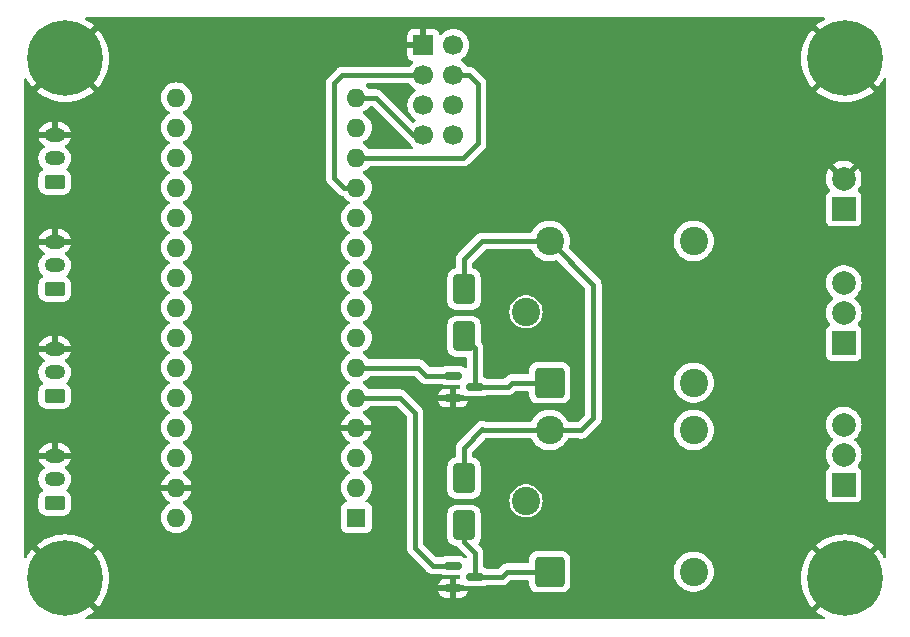
<source format=gbr>
%TF.GenerationSoftware,KiCad,Pcbnew,8.0.5*%
%TF.CreationDate,2025-02-12T03:45:18+07:00*%
%TF.ProjectId,SmartFarmMySensors_ArduinoNano,536d6172-7446-4617-926d-4d7953656e73,rev?*%
%TF.SameCoordinates,Original*%
%TF.FileFunction,Copper,L1,Top*%
%TF.FilePolarity,Positive*%
%FSLAX46Y46*%
G04 Gerber Fmt 4.6, Leading zero omitted, Abs format (unit mm)*
G04 Created by KiCad (PCBNEW 8.0.5) date 2025-02-12 03:45:18*
%MOMM*%
%LPD*%
G01*
G04 APERTURE LIST*
G04 Aperture macros list*
%AMRoundRect*
0 Rectangle with rounded corners*
0 $1 Rounding radius*
0 $2 $3 $4 $5 $6 $7 $8 $9 X,Y pos of 4 corners*
0 Add a 4 corners polygon primitive as box body*
4,1,4,$2,$3,$4,$5,$6,$7,$8,$9,$2,$3,0*
0 Add four circle primitives for the rounded corners*
1,1,$1+$1,$2,$3*
1,1,$1+$1,$4,$5*
1,1,$1+$1,$6,$7*
1,1,$1+$1,$8,$9*
0 Add four rect primitives between the rounded corners*
20,1,$1+$1,$2,$3,$4,$5,0*
20,1,$1+$1,$4,$5,$6,$7,0*
20,1,$1+$1,$6,$7,$8,$9,0*
20,1,$1+$1,$8,$9,$2,$3,0*%
G04 Aperture macros list end*
%TA.AperFunction,ComponentPad*%
%ADD10R,1.700000X1.700000*%
%TD*%
%TA.AperFunction,ComponentPad*%
%ADD11C,1.700000*%
%TD*%
%TA.AperFunction,SMDPad,CuDef*%
%ADD12RoundRect,0.150000X-0.587500X-0.150000X0.587500X-0.150000X0.587500X0.150000X-0.587500X0.150000X0*%
%TD*%
%TA.AperFunction,ComponentPad*%
%ADD13C,2.400000*%
%TD*%
%TA.AperFunction,ComponentPad*%
%ADD14RoundRect,0.250000X1.000000X-1.000000X1.000000X1.000000X-1.000000X1.000000X-1.000000X-1.000000X0*%
%TD*%
%TA.AperFunction,ComponentPad*%
%ADD15R,2.000000X2.000000*%
%TD*%
%TA.AperFunction,ComponentPad*%
%ADD16C,2.000000*%
%TD*%
%TA.AperFunction,ComponentPad*%
%ADD17RoundRect,0.250000X0.625000X-0.350000X0.625000X0.350000X-0.625000X0.350000X-0.625000X-0.350000X0*%
%TD*%
%TA.AperFunction,ComponentPad*%
%ADD18O,1.750000X1.200000*%
%TD*%
%TA.AperFunction,ComponentPad*%
%ADD19C,0.800000*%
%TD*%
%TA.AperFunction,ComponentPad*%
%ADD20C,6.400000*%
%TD*%
%TA.AperFunction,SMDPad,CuDef*%
%ADD21RoundRect,0.250000X-0.650000X1.000000X-0.650000X-1.000000X0.650000X-1.000000X0.650000X1.000000X0*%
%TD*%
%TA.AperFunction,ComponentPad*%
%ADD22R,1.600000X1.600000*%
%TD*%
%TA.AperFunction,ComponentPad*%
%ADD23O,1.600000X1.600000*%
%TD*%
%TA.AperFunction,ViaPad*%
%ADD24C,0.600000*%
%TD*%
%TA.AperFunction,Conductor*%
%ADD25C,0.400000*%
%TD*%
G04 APERTURE END LIST*
D10*
%TO.P,U1,1,GND*%
%TO.N,GND*%
X143010500Y-50775000D03*
D11*
%TO.P,U1,2,VCC*%
%TO.N,VCC*%
X145550500Y-50775000D03*
%TO.P,U1,3,CE*%
%TO.N,CE*%
X143010500Y-53315000D03*
%TO.P,U1,4,~{CSN}*%
%TO.N,CSN*%
X145550500Y-53315000D03*
%TO.P,U1,5,SCK*%
%TO.N,SCK*%
X143010500Y-55855000D03*
%TO.P,U1,6,MOSI*%
%TO.N,MOSI*%
X145550500Y-55855000D03*
%TO.P,U1,7,MISO*%
%TO.N,MISO*%
X143010500Y-58395000D03*
%TO.P,U1,8,IRQ*%
%TO.N,unconnected-(U1-IRQ-Pad8)*%
X145550500Y-58395000D03*
%TD*%
D12*
%TO.P,Q2,1,G*%
%TO.N,RY2*%
X145512500Y-94850000D03*
%TO.P,Q2,2,S*%
%TO.N,GND*%
X145512500Y-96750000D03*
%TO.P,Q2,3,D*%
%TO.N,Net-(D2-A)*%
X147387500Y-95800000D03*
%TD*%
%TO.P,Q1,1,G*%
%TO.N,RY1*%
X145512500Y-78750000D03*
%TO.P,Q1,2,S*%
%TO.N,GND*%
X145512500Y-80650000D03*
%TO.P,Q1,3,D*%
%TO.N,Net-(D1-A)*%
X147387500Y-79700000D03*
%TD*%
D13*
%TO.P,K2,11*%
%TO.N,CO2*%
X151700000Y-89350000D03*
%TO.P,K2,12*%
%TO.N,NC2*%
X165900000Y-83350000D03*
%TO.P,K2,14*%
%TO.N,NO2*%
X165900000Y-95350000D03*
D14*
%TO.P,K2,A1*%
%TO.N,Net-(D2-A)*%
X153700000Y-95350000D03*
D13*
%TO.P,K2,A2*%
%TO.N,+5V*%
X153700000Y-83350000D03*
%TD*%
%TO.P,K1,11*%
%TO.N,CO1*%
X151700000Y-73350000D03*
%TO.P,K1,12*%
%TO.N,NC1*%
X165900000Y-67350000D03*
%TO.P,K1,14*%
%TO.N,NO1*%
X165900000Y-79350000D03*
D14*
%TO.P,K1,A1*%
%TO.N,Net-(D1-A)*%
X153700000Y-79350000D03*
D13*
%TO.P,K1,A2*%
%TO.N,+5V*%
X153700000Y-67350000D03*
%TD*%
D15*
%TO.P,J7,1,Pin_1*%
%TO.N,+5V*%
X178600000Y-64625000D03*
D16*
%TO.P,J7,2,Pin_2*%
%TO.N,GND*%
X178600000Y-62085000D03*
%TD*%
D15*
%TO.P,J6,1,Pin_1*%
%TO.N,NO2*%
X178600000Y-87980000D03*
D16*
%TO.P,J6,2,Pin_2*%
%TO.N,CO2*%
X178600000Y-85440000D03*
%TO.P,J6,3,Pin_3*%
%TO.N,NC2*%
X178600000Y-82900000D03*
%TD*%
D15*
%TO.P,J5,1,Pin_1*%
%TO.N,NO1*%
X178600000Y-75990000D03*
D16*
%TO.P,J5,2,Pin_2*%
%TO.N,CO1*%
X178600000Y-73450000D03*
%TO.P,J5,3,Pin_3*%
%TO.N,NC1*%
X178600000Y-70910000D03*
%TD*%
D17*
%TO.P,J4,1,Pin_1*%
%TO.N,VCC*%
X111800000Y-89540588D03*
D18*
%TO.P,J4,2,Pin_2*%
%TO.N,Moisture 4*%
X111800000Y-87540588D03*
%TO.P,J4,3,Pin_3*%
%TO.N,GND*%
X111800000Y-85540588D03*
%TD*%
D17*
%TO.P,J3,1,Pin_1*%
%TO.N,VCC*%
X111800000Y-80481177D03*
D18*
%TO.P,J3,2,Pin_2*%
%TO.N,Moisture 3*%
X111800000Y-78481177D03*
%TO.P,J3,3,Pin_3*%
%TO.N,GND*%
X111800000Y-76481177D03*
%TD*%
D17*
%TO.P,J2,1,Pin_1*%
%TO.N,VCC*%
X111800000Y-71421766D03*
D18*
%TO.P,J2,2,Pin_2*%
%TO.N,Moisture 2*%
X111800000Y-69421766D03*
%TO.P,J2,3,Pin_3*%
%TO.N,GND*%
X111800000Y-67421766D03*
%TD*%
D17*
%TO.P,J1,1,Pin_1*%
%TO.N,VCC*%
X111800000Y-62362355D03*
D18*
%TO.P,J1,2,Pin_2*%
%TO.N,Moisture 1*%
X111800000Y-60362355D03*
%TO.P,J1,3,Pin_3*%
%TO.N,GND*%
X111800000Y-58362355D03*
%TD*%
D19*
%TO.P,H4,1,1*%
%TO.N,GND*%
X176300000Y-51900000D03*
X177002944Y-50202944D03*
X177002944Y-53597056D03*
X178700000Y-49500000D03*
D20*
X178700000Y-51900000D03*
D19*
X178700000Y-54300000D03*
X180397056Y-50202944D03*
X180397056Y-53597056D03*
X181100000Y-51900000D03*
%TD*%
%TO.P,H3,1,1*%
%TO.N,GND*%
X176300000Y-95900000D03*
X177002944Y-94202944D03*
X177002944Y-97597056D03*
X178700000Y-93500000D03*
D20*
X178700000Y-95900000D03*
D19*
X178700000Y-98300000D03*
X180397056Y-94202944D03*
X180397056Y-97597056D03*
X181100000Y-95900000D03*
%TD*%
%TO.P,H2,1,1*%
%TO.N,GND*%
X110300000Y-95900000D03*
X111002944Y-94202944D03*
X111002944Y-97597056D03*
X112700000Y-93500000D03*
D20*
X112700000Y-95900000D03*
D19*
X112700000Y-98300000D03*
X114397056Y-94202944D03*
X114397056Y-97597056D03*
X115100000Y-95900000D03*
%TD*%
%TO.P,H1,1,1*%
%TO.N,GND*%
X110300000Y-51900000D03*
X111002944Y-50202944D03*
X111002944Y-53597056D03*
X112700000Y-49500000D03*
D20*
X112700000Y-51900000D03*
D19*
X112700000Y-54300000D03*
X114397056Y-50202944D03*
X114397056Y-53597056D03*
X115100000Y-51900000D03*
%TD*%
D21*
%TO.P,D2,1,K*%
%TO.N,+5V*%
X146450000Y-87440000D03*
%TO.P,D2,2,A*%
%TO.N,Net-(D2-A)*%
X146450000Y-91440000D03*
%TD*%
%TO.P,D1,1,K*%
%TO.N,+5V*%
X146450000Y-71440000D03*
%TO.P,D1,2,A*%
%TO.N,Net-(D1-A)*%
X146450000Y-75440000D03*
%TD*%
D22*
%TO.P,A1,1,D1/TX*%
%TO.N,unconnected-(A1-D1{slash}TX-Pad1)*%
X137338500Y-90790000D03*
D23*
%TO.P,A1,2,D0/RX*%
%TO.N,unconnected-(A1-D0{slash}RX-Pad2)*%
X137338500Y-88250000D03*
%TO.P,A1,3,~{RESET}*%
%TO.N,unconnected-(A1-~{RESET}-Pad3)*%
X137338500Y-85710000D03*
%TO.P,A1,4,GND*%
%TO.N,GND*%
X137338500Y-83170000D03*
%TO.P,A1,5,D2*%
%TO.N,RY2*%
X137338500Y-80630000D03*
%TO.P,A1,6,D3*%
%TO.N,RY1*%
X137338500Y-78090000D03*
%TO.P,A1,7,D4*%
%TO.N,unconnected-(A1-D4-Pad7)*%
X137338500Y-75550000D03*
%TO.P,A1,8,D5*%
%TO.N,unconnected-(A1-D5-Pad8)*%
X137338500Y-73010000D03*
%TO.P,A1,9,D6*%
%TO.N,unconnected-(A1-D6-Pad9)*%
X137338500Y-70470000D03*
%TO.P,A1,10,D7*%
%TO.N,unconnected-(A1-D7-Pad10)*%
X137338500Y-67930000D03*
%TO.P,A1,11,D8*%
%TO.N,unconnected-(A1-D8-Pad11)*%
X137338500Y-65390000D03*
%TO.P,A1,12,D9*%
%TO.N,CE*%
X137338500Y-62850000D03*
%TO.P,A1,13,D10*%
%TO.N,CSN*%
X137338500Y-60310000D03*
%TO.P,A1,14,D11*%
%TO.N,MOSI*%
X137338500Y-57770000D03*
%TO.P,A1,15,D12*%
%TO.N,MISO*%
X137338500Y-55230000D03*
%TO.P,A1,16,D13*%
%TO.N,SCK*%
X122098500Y-55230000D03*
%TO.P,A1,17,3V3*%
%TO.N,VCC*%
X122098500Y-57770000D03*
%TO.P,A1,18,AREF*%
%TO.N,unconnected-(A1-AREF-Pad18)*%
X122098500Y-60310000D03*
%TO.P,A1,19,A0*%
%TO.N,Moisture 1*%
X122098500Y-62850000D03*
%TO.P,A1,20,A1*%
%TO.N,Moisture 2*%
X122098500Y-65390000D03*
%TO.P,A1,21,A2*%
%TO.N,Moisture 3*%
X122098500Y-67930000D03*
%TO.P,A1,22,A3*%
%TO.N,Moisture 4*%
X122098500Y-70470000D03*
%TO.P,A1,23,A4*%
%TO.N,unconnected-(A1-A4-Pad23)*%
X122098500Y-73010000D03*
%TO.P,A1,24,A5*%
%TO.N,unconnected-(A1-A5-Pad24)*%
X122098500Y-75550000D03*
%TO.P,A1,25,A6*%
%TO.N,unconnected-(A1-A6-Pad25)*%
X122098500Y-78090000D03*
%TO.P,A1,26,A7*%
%TO.N,unconnected-(A1-A7-Pad26)*%
X122098500Y-80630000D03*
%TO.P,A1,27,+5V*%
%TO.N,unconnected-(A1-+5V-Pad27)*%
X122098500Y-83170000D03*
%TO.P,A1,28,~{RESET}*%
%TO.N,unconnected-(A1-~{RESET}-Pad28)*%
X122098500Y-85710000D03*
%TO.P,A1,29,GND*%
%TO.N,GND*%
X122098500Y-88250000D03*
%TO.P,A1,30,VIN*%
%TO.N,unconnected-(A1-VIN-Pad30)*%
X122098500Y-90790000D03*
%TD*%
D24*
%TO.N,GND*%
X140000000Y-54500000D03*
X139700000Y-58150000D03*
X144100000Y-80650000D03*
X144050000Y-96750000D03*
%TD*%
D25*
%TO.N,CE*%
X135450000Y-62000000D02*
X136300000Y-62850000D01*
X135450000Y-54000000D02*
X135450000Y-62000000D01*
X136135000Y-53315000D02*
X135450000Y-54000000D01*
X136300000Y-62850000D02*
X137338500Y-62850000D01*
X143010500Y-53315000D02*
X136135000Y-53315000D01*
%TO.N,+5V*%
X156300000Y-83350000D02*
X153700000Y-83350000D01*
X156350000Y-83400000D02*
X156300000Y-83350000D01*
X153700000Y-67350000D02*
X157400000Y-71050000D01*
X157400000Y-71050000D02*
X157400000Y-82350000D01*
X157400000Y-82350000D02*
X156350000Y-83400000D01*
%TO.N,GND*%
X145512500Y-80650000D02*
X144100000Y-80650000D01*
X145512500Y-96750000D02*
X144050000Y-96750000D01*
%TO.N,RY2*%
X142300000Y-81900000D02*
X142300000Y-93350000D01*
X142300000Y-93350000D02*
X143800000Y-94850000D01*
X143800000Y-94850000D02*
X145512500Y-94850000D01*
X141030000Y-80630000D02*
X142300000Y-81900000D01*
X137338500Y-80630000D02*
X141030000Y-80630000D01*
%TO.N,RY1*%
X142590000Y-78090000D02*
X137338500Y-78090000D01*
X143250000Y-78750000D02*
X142590000Y-78090000D01*
X145512500Y-78750000D02*
X143250000Y-78750000D01*
%TO.N,Net-(D2-A)*%
X150100000Y-95350000D02*
X153700000Y-95350000D01*
X147387500Y-95800000D02*
X149650000Y-95800000D01*
X149650000Y-95800000D02*
X150100000Y-95350000D01*
X146450000Y-92800000D02*
X146450000Y-91440000D01*
X147387500Y-93737500D02*
X146450000Y-92800000D01*
X147387500Y-95800000D02*
X147387500Y-93737500D01*
%TO.N,Net-(D1-A)*%
X150150000Y-79700000D02*
X150500000Y-79350000D01*
X147387500Y-79700000D02*
X150150000Y-79700000D01*
X150500000Y-79350000D02*
X153700000Y-79350000D01*
X147387500Y-76377500D02*
X146450000Y-75440000D01*
X147387500Y-79700000D02*
X147387500Y-76377500D01*
%TO.N,+5V*%
X148000000Y-83300000D02*
X148050000Y-83350000D01*
X148050000Y-83350000D02*
X153700000Y-83350000D01*
X146450000Y-84850000D02*
X148000000Y-83300000D01*
X146450000Y-87440000D02*
X146450000Y-84850000D01*
X148000000Y-67350000D02*
X153700000Y-67350000D01*
X146450000Y-71440000D02*
X146450000Y-68900000D01*
X146450000Y-68900000D02*
X148000000Y-67350000D01*
%TO.N,MISO*%
X142145000Y-58395000D02*
X143010500Y-58395000D01*
X138980000Y-55230000D02*
X142145000Y-58395000D01*
X137338500Y-55230000D02*
X138980000Y-55230000D01*
%TO.N,CSN*%
X147650000Y-54050000D02*
X146915000Y-53315000D01*
X147650000Y-59050000D02*
X147650000Y-54050000D01*
X146915000Y-53315000D02*
X145550500Y-53315000D01*
X146390000Y-60310000D02*
X147650000Y-59050000D01*
X137338500Y-60310000D02*
X146390000Y-60310000D01*
%TD*%
%TA.AperFunction,Conductor*%
%TO.N,GND*%
G36*
X138705520Y-55950185D02*
G01*
X138726162Y-55966819D01*
X141698453Y-58939111D01*
X141698454Y-58939112D01*
X141698457Y-58939114D01*
X141779516Y-58993276D01*
X141823006Y-59043969D01*
X141836465Y-59072831D01*
X141926484Y-59201391D01*
X141972001Y-59266396D01*
X141972006Y-59266402D01*
X142103423Y-59397819D01*
X142136908Y-59459142D01*
X142131924Y-59528834D01*
X142090052Y-59584767D01*
X142024588Y-59609184D01*
X142015742Y-59609500D01*
X138500173Y-59609500D01*
X138433134Y-59589815D01*
X138398598Y-59556623D01*
X138338545Y-59470858D01*
X138177641Y-59309954D01*
X137991234Y-59179432D01*
X137991228Y-59179429D01*
X137933225Y-59152382D01*
X137880785Y-59106210D01*
X137861633Y-59039017D01*
X137881848Y-58972135D01*
X137933225Y-58927618D01*
X137991234Y-58900568D01*
X138177639Y-58770047D01*
X138338547Y-58609139D01*
X138469068Y-58422734D01*
X138565239Y-58216496D01*
X138624135Y-57996692D01*
X138643968Y-57770000D01*
X138643785Y-57767914D01*
X138624135Y-57543313D01*
X138624135Y-57543308D01*
X138574082Y-57356505D01*
X138565241Y-57323511D01*
X138565238Y-57323502D01*
X138554373Y-57300202D01*
X138469068Y-57117266D01*
X138338547Y-56930861D01*
X138338545Y-56930858D01*
X138177641Y-56769954D01*
X137991234Y-56639432D01*
X137991228Y-56639429D01*
X137933225Y-56612382D01*
X137880785Y-56566210D01*
X137861633Y-56499017D01*
X137881848Y-56432135D01*
X137933225Y-56387618D01*
X137991234Y-56360568D01*
X138177639Y-56230047D01*
X138338547Y-56069139D01*
X138398598Y-55983377D01*
X138453175Y-55939752D01*
X138500173Y-55930500D01*
X138638481Y-55930500D01*
X138705520Y-55950185D01*
G37*
%TD.AperFunction*%
%TA.AperFunction,Conductor*%
G36*
X141854828Y-54035185D02*
G01*
X141889364Y-54068377D01*
X141972005Y-54186402D01*
X142139097Y-54353493D01*
X142139103Y-54353498D01*
X142324658Y-54483425D01*
X142368283Y-54538002D01*
X142375477Y-54607500D01*
X142343954Y-54669855D01*
X142324658Y-54686575D01*
X142139097Y-54816505D01*
X141972005Y-54983597D01*
X141836465Y-55177169D01*
X141836464Y-55177171D01*
X141736598Y-55391335D01*
X141736594Y-55391344D01*
X141675438Y-55619586D01*
X141675436Y-55619596D01*
X141654841Y-55854999D01*
X141654841Y-55855000D01*
X141675436Y-56090403D01*
X141675438Y-56090413D01*
X141736594Y-56318655D01*
X141736596Y-56318659D01*
X141736597Y-56318663D01*
X141819858Y-56497217D01*
X141836465Y-56532830D01*
X141836467Y-56532834D01*
X141944781Y-56687521D01*
X141972001Y-56726396D01*
X141972006Y-56726402D01*
X142139097Y-56893493D01*
X142139103Y-56893498D01*
X142324658Y-57023425D01*
X142368283Y-57078002D01*
X142375477Y-57147500D01*
X142343954Y-57209855D01*
X142324658Y-57226575D01*
X142199663Y-57314096D01*
X142133456Y-57336423D01*
X142065689Y-57319412D01*
X142040859Y-57300202D01*
X139426546Y-54685888D01*
X139426545Y-54685887D01*
X139311807Y-54609222D01*
X139184332Y-54556421D01*
X139184322Y-54556418D01*
X139048996Y-54529500D01*
X139048994Y-54529500D01*
X139048993Y-54529500D01*
X138500173Y-54529500D01*
X138433134Y-54509815D01*
X138398598Y-54476623D01*
X138338545Y-54390858D01*
X138174868Y-54227181D01*
X138141383Y-54165858D01*
X138146367Y-54096166D01*
X138188239Y-54040233D01*
X138253703Y-54015816D01*
X138262549Y-54015500D01*
X141787789Y-54015500D01*
X141854828Y-54035185D01*
G37*
%TD.AperFunction*%
%TA.AperFunction,Conductor*%
G36*
X176968745Y-48420185D02*
G01*
X177014500Y-48472989D01*
X177024444Y-48542147D01*
X176995419Y-48605703D01*
X176958001Y-48634985D01*
X176847456Y-48691310D01*
X176522206Y-48902531D01*
X176264648Y-49111095D01*
X176264648Y-49111096D01*
X177759301Y-50605748D01*
X177657670Y-50679588D01*
X177479588Y-50857670D01*
X177405748Y-50959300D01*
X175911096Y-49464648D01*
X175911095Y-49464648D01*
X175702531Y-49722206D01*
X175491310Y-50047456D01*
X175315244Y-50393005D01*
X175176262Y-50755063D01*
X175075887Y-51129669D01*
X175075886Y-51129676D01*
X175015219Y-51512712D01*
X174994922Y-51899999D01*
X174994922Y-51900000D01*
X175015219Y-52287287D01*
X175075886Y-52670323D01*
X175075887Y-52670330D01*
X175176262Y-53044936D01*
X175315244Y-53406994D01*
X175491310Y-53752543D01*
X175702531Y-54077793D01*
X175911095Y-54335350D01*
X175911096Y-54335350D01*
X177405748Y-52840698D01*
X177479588Y-52942330D01*
X177657670Y-53120412D01*
X177759300Y-53194251D01*
X176264648Y-54688903D01*
X176264649Y-54688904D01*
X176522206Y-54897468D01*
X176847456Y-55108689D01*
X177193005Y-55284755D01*
X177555063Y-55423737D01*
X177929669Y-55524112D01*
X177929676Y-55524113D01*
X178312712Y-55584780D01*
X178699999Y-55605078D01*
X178700001Y-55605078D01*
X179087287Y-55584780D01*
X179470323Y-55524113D01*
X179470330Y-55524112D01*
X179844936Y-55423737D01*
X180206994Y-55284755D01*
X180552543Y-55108689D01*
X180877783Y-54897476D01*
X180877785Y-54897475D01*
X181135349Y-54688902D01*
X179640698Y-53194251D01*
X179742330Y-53120412D01*
X179920412Y-52942330D01*
X179994251Y-52840698D01*
X181488902Y-54335349D01*
X181697475Y-54077785D01*
X181697476Y-54077783D01*
X181908691Y-53752541D01*
X181908692Y-53752538D01*
X181965015Y-53641999D01*
X182012989Y-53591202D01*
X182080810Y-53574407D01*
X182146945Y-53596944D01*
X182190397Y-53651659D01*
X182199500Y-53698293D01*
X182199500Y-94101706D01*
X182179815Y-94168745D01*
X182127011Y-94214500D01*
X182057853Y-94224444D01*
X181994297Y-94195419D01*
X181965015Y-94158001D01*
X181908689Y-94047456D01*
X181697468Y-93722206D01*
X181488904Y-93464649D01*
X181488903Y-93464648D01*
X179994251Y-94959300D01*
X179920412Y-94857670D01*
X179742330Y-94679588D01*
X179640698Y-94605748D01*
X181135350Y-93111096D01*
X181135350Y-93111095D01*
X180877793Y-92902531D01*
X180552543Y-92691310D01*
X180206994Y-92515244D01*
X179844936Y-92376262D01*
X179470330Y-92275887D01*
X179470323Y-92275886D01*
X179087287Y-92215219D01*
X178700001Y-92194922D01*
X178699999Y-92194922D01*
X178312712Y-92215219D01*
X177929676Y-92275886D01*
X177929669Y-92275887D01*
X177555063Y-92376262D01*
X177193005Y-92515244D01*
X176847456Y-92691310D01*
X176522206Y-92902531D01*
X176264648Y-93111095D01*
X176264648Y-93111096D01*
X177759301Y-94605748D01*
X177657670Y-94679588D01*
X177479588Y-94857670D01*
X177405748Y-94959300D01*
X175911096Y-93464648D01*
X175911095Y-93464648D01*
X175702531Y-93722206D01*
X175491310Y-94047456D01*
X175315244Y-94393005D01*
X175176262Y-94755063D01*
X175075887Y-95129669D01*
X175075886Y-95129676D01*
X175015219Y-95512712D01*
X174994922Y-95899999D01*
X174994922Y-95900000D01*
X175015219Y-96287287D01*
X175075886Y-96670323D01*
X175075887Y-96670330D01*
X175176262Y-97044936D01*
X175315244Y-97406994D01*
X175491310Y-97752543D01*
X175702531Y-98077793D01*
X175911095Y-98335350D01*
X175911096Y-98335350D01*
X177405748Y-96840698D01*
X177479588Y-96942330D01*
X177657670Y-97120412D01*
X177759300Y-97194251D01*
X176264648Y-98688903D01*
X176264649Y-98688904D01*
X176522206Y-98897468D01*
X176847456Y-99108689D01*
X176958001Y-99165015D01*
X177008797Y-99212990D01*
X177025592Y-99280811D01*
X177003055Y-99346945D01*
X176948340Y-99390397D01*
X176901706Y-99399500D01*
X114498294Y-99399500D01*
X114431255Y-99379815D01*
X114385500Y-99327011D01*
X114375556Y-99257853D01*
X114404581Y-99194297D01*
X114441999Y-99165015D01*
X114552543Y-99108689D01*
X114877783Y-98897476D01*
X114877785Y-98897475D01*
X115135349Y-98688902D01*
X113640698Y-97194251D01*
X113742330Y-97120412D01*
X113920412Y-96942330D01*
X113994251Y-96840698D01*
X115488902Y-98335349D01*
X115697475Y-98077785D01*
X115697476Y-98077783D01*
X115908689Y-97752543D01*
X116084755Y-97406994D01*
X116223737Y-97044936D01*
X116235777Y-97000001D01*
X144277704Y-97000001D01*
X144277899Y-97002486D01*
X144323718Y-97160198D01*
X144407314Y-97301552D01*
X144407321Y-97301561D01*
X144523438Y-97417678D01*
X144523447Y-97417685D01*
X144664803Y-97501282D01*
X144664806Y-97501283D01*
X144822504Y-97547099D01*
X144822510Y-97547100D01*
X144859350Y-97549999D01*
X144859366Y-97550000D01*
X145262500Y-97550000D01*
X145762500Y-97550000D01*
X146165634Y-97550000D01*
X146165649Y-97549999D01*
X146202489Y-97547100D01*
X146202495Y-97547099D01*
X146360193Y-97501283D01*
X146360196Y-97501282D01*
X146501552Y-97417685D01*
X146501561Y-97417678D01*
X146617678Y-97301561D01*
X146617685Y-97301552D01*
X146701281Y-97160198D01*
X146747100Y-97002486D01*
X146747295Y-97000001D01*
X146747295Y-97000000D01*
X145762500Y-97000000D01*
X145762500Y-97550000D01*
X145262500Y-97550000D01*
X145262500Y-97000000D01*
X144277705Y-97000000D01*
X144277704Y-97000001D01*
X116235777Y-97000001D01*
X116324112Y-96670330D01*
X116324113Y-96670323D01*
X116351090Y-96499998D01*
X144277704Y-96499998D01*
X144277705Y-96500000D01*
X145262500Y-96500000D01*
X145262500Y-95950000D01*
X144859350Y-95950000D01*
X144822510Y-95952899D01*
X144822504Y-95952900D01*
X144664806Y-95998716D01*
X144664803Y-95998717D01*
X144523447Y-96082314D01*
X144523438Y-96082321D01*
X144407321Y-96198438D01*
X144407314Y-96198447D01*
X144323718Y-96339801D01*
X144277899Y-96497513D01*
X144277704Y-96499998D01*
X116351090Y-96499998D01*
X116384780Y-96287287D01*
X116405078Y-95900000D01*
X116405078Y-95899999D01*
X116384780Y-95512712D01*
X116324113Y-95129676D01*
X116324112Y-95129669D01*
X116223737Y-94755063D01*
X116084755Y-94393005D01*
X115908689Y-94047456D01*
X115697468Y-93722206D01*
X115488904Y-93464649D01*
X115488903Y-93464648D01*
X113994251Y-94959300D01*
X113920412Y-94857670D01*
X113742330Y-94679588D01*
X113640698Y-94605748D01*
X115135350Y-93111096D01*
X115135350Y-93111095D01*
X114877793Y-92902531D01*
X114552543Y-92691310D01*
X114206994Y-92515244D01*
X113844936Y-92376262D01*
X113470330Y-92275887D01*
X113470323Y-92275886D01*
X113087287Y-92215219D01*
X112700001Y-92194922D01*
X112699999Y-92194922D01*
X112312712Y-92215219D01*
X111929676Y-92275886D01*
X111929669Y-92275887D01*
X111555063Y-92376262D01*
X111193005Y-92515244D01*
X110847456Y-92691310D01*
X110522206Y-92902531D01*
X110264648Y-93111095D01*
X110264648Y-93111096D01*
X111759301Y-94605748D01*
X111657670Y-94679588D01*
X111479588Y-94857670D01*
X111405748Y-94959301D01*
X109911096Y-93464648D01*
X109911095Y-93464648D01*
X109702531Y-93722206D01*
X109491310Y-94047456D01*
X109434985Y-94158001D01*
X109387010Y-94208797D01*
X109319189Y-94225592D01*
X109253055Y-94203055D01*
X109209603Y-94148340D01*
X109200500Y-94101706D01*
X109200500Y-87453977D01*
X110424500Y-87453977D01*
X110424500Y-87627198D01*
X110449346Y-87784075D01*
X110451598Y-87798289D01*
X110505127Y-87963033D01*
X110583768Y-88117376D01*
X110685586Y-88257516D01*
X110685588Y-88257518D01*
X110793127Y-88365057D01*
X110826612Y-88426380D01*
X110821628Y-88496072D01*
X110779756Y-88552005D01*
X110770544Y-88558276D01*
X110706344Y-88597875D01*
X110582289Y-88721930D01*
X110490187Y-88871251D01*
X110490185Y-88871256D01*
X110477792Y-88908656D01*
X110435001Y-89037791D01*
X110435001Y-89037792D01*
X110435000Y-89037792D01*
X110424500Y-89140571D01*
X110424500Y-89940589D01*
X110424501Y-89940607D01*
X110435000Y-90043384D01*
X110435001Y-90043387D01*
X110460608Y-90120663D01*
X110490186Y-90209922D01*
X110582288Y-90359244D01*
X110706344Y-90483300D01*
X110855666Y-90575402D01*
X111022203Y-90630587D01*
X111124991Y-90641088D01*
X112475008Y-90641087D01*
X112577797Y-90630587D01*
X112744334Y-90575402D01*
X112893656Y-90483300D01*
X113017712Y-90359244D01*
X113109814Y-90209922D01*
X113164999Y-90043385D01*
X113175500Y-89940597D01*
X113175499Y-89140580D01*
X113173888Y-89124814D01*
X113164999Y-89037791D01*
X113164998Y-89037788D01*
X113161712Y-89027872D01*
X113109814Y-88871254D01*
X113017712Y-88721932D01*
X112893656Y-88597876D01*
X112893652Y-88597873D01*
X112829456Y-88558276D01*
X112782731Y-88506328D01*
X112771510Y-88437365D01*
X112799353Y-88373283D01*
X112806850Y-88365079D01*
X112914414Y-88257516D01*
X113016232Y-88117376D01*
X113094873Y-87963033D01*
X113148402Y-87798289D01*
X113175500Y-87627199D01*
X113175500Y-87453977D01*
X113148402Y-87282887D01*
X113094873Y-87118143D01*
X113016232Y-86963800D01*
X112914414Y-86823660D01*
X112791928Y-86701174D01*
X112708550Y-86640596D01*
X112665885Y-86585265D01*
X112659906Y-86515652D01*
X112692512Y-86453857D01*
X112708552Y-86439959D01*
X112791598Y-86379624D01*
X112914032Y-86257190D01*
X113015804Y-86117112D01*
X113094408Y-85962843D01*
X113147914Y-85798172D01*
X113149115Y-85790588D01*
X112080330Y-85790588D01*
X112100075Y-85770843D01*
X112149444Y-85685333D01*
X112175000Y-85589958D01*
X112175000Y-85491218D01*
X112149444Y-85395843D01*
X112100075Y-85310333D01*
X112080330Y-85290588D01*
X113149115Y-85290588D01*
X113149115Y-85290587D01*
X113147914Y-85283003D01*
X113094408Y-85118332D01*
X113015804Y-84964063D01*
X112914032Y-84823985D01*
X112791602Y-84701555D01*
X112651524Y-84599783D01*
X112497257Y-84521179D01*
X112332584Y-84467673D01*
X112161571Y-84440588D01*
X112050000Y-84440588D01*
X112050000Y-85260258D01*
X112030255Y-85240513D01*
X111944745Y-85191144D01*
X111849370Y-85165588D01*
X111750630Y-85165588D01*
X111655255Y-85191144D01*
X111569745Y-85240513D01*
X111550000Y-85260258D01*
X111550000Y-84440588D01*
X111438429Y-84440588D01*
X111267415Y-84467673D01*
X111102742Y-84521179D01*
X110948475Y-84599783D01*
X110808397Y-84701555D01*
X110685967Y-84823985D01*
X110584195Y-84964063D01*
X110505591Y-85118332D01*
X110452085Y-85283003D01*
X110450884Y-85290587D01*
X110450885Y-85290588D01*
X111519670Y-85290588D01*
X111499925Y-85310333D01*
X111450556Y-85395843D01*
X111425000Y-85491218D01*
X111425000Y-85589958D01*
X111450556Y-85685333D01*
X111499925Y-85770843D01*
X111519670Y-85790588D01*
X110450885Y-85790588D01*
X110452085Y-85798172D01*
X110505591Y-85962843D01*
X110584195Y-86117112D01*
X110685967Y-86257190D01*
X110808401Y-86379624D01*
X110891447Y-86439959D01*
X110934114Y-86495289D01*
X110940093Y-86564902D01*
X110907488Y-86626697D01*
X110891450Y-86640595D01*
X110808072Y-86701173D01*
X110685588Y-86823657D01*
X110685588Y-86823658D01*
X110685586Y-86823660D01*
X110653449Y-86867893D01*
X110583768Y-86963799D01*
X110505128Y-87118140D01*
X110505127Y-87118142D01*
X110505127Y-87118143D01*
X110504567Y-87119867D01*
X110451597Y-87282890D01*
X110424500Y-87453977D01*
X109200500Y-87453977D01*
X109200500Y-78394566D01*
X110424500Y-78394566D01*
X110424500Y-78567787D01*
X110450068Y-78729222D01*
X110451598Y-78738878D01*
X110505127Y-78903622D01*
X110583768Y-79057965D01*
X110685586Y-79198105D01*
X110685588Y-79198107D01*
X110793127Y-79305646D01*
X110826612Y-79366969D01*
X110821628Y-79436661D01*
X110779756Y-79492594D01*
X110770544Y-79498865D01*
X110706344Y-79538464D01*
X110582289Y-79662519D01*
X110490187Y-79811840D01*
X110490185Y-79811845D01*
X110476668Y-79852637D01*
X110435001Y-79978380D01*
X110435001Y-79978381D01*
X110435000Y-79978381D01*
X110424500Y-80081160D01*
X110424500Y-80881178D01*
X110424501Y-80881196D01*
X110435000Y-80983973D01*
X110435001Y-80983976D01*
X110473614Y-81100500D01*
X110490186Y-81150511D01*
X110582288Y-81299833D01*
X110706344Y-81423889D01*
X110855666Y-81515991D01*
X111022203Y-81571176D01*
X111124991Y-81581677D01*
X112475008Y-81581676D01*
X112577797Y-81571176D01*
X112744334Y-81515991D01*
X112893656Y-81423889D01*
X113017712Y-81299833D01*
X113109814Y-81150511D01*
X113164999Y-80983974D01*
X113175500Y-80881186D01*
X113175499Y-80081169D01*
X113164999Y-79978380D01*
X113109814Y-79811843D01*
X113017712Y-79662521D01*
X112893656Y-79538465D01*
X112893652Y-79538462D01*
X112829456Y-79498865D01*
X112782731Y-79446917D01*
X112771510Y-79377954D01*
X112799353Y-79313872D01*
X112806850Y-79305668D01*
X112914414Y-79198105D01*
X113016232Y-79057965D01*
X113094873Y-78903622D01*
X113148402Y-78738878D01*
X113175500Y-78567788D01*
X113175500Y-78394566D01*
X113148402Y-78223476D01*
X113094873Y-78058732D01*
X113016232Y-77904389D01*
X112914414Y-77764249D01*
X112791928Y-77641763D01*
X112708550Y-77581185D01*
X112665885Y-77525854D01*
X112659906Y-77456241D01*
X112692512Y-77394446D01*
X112708552Y-77380548D01*
X112791598Y-77320213D01*
X112914032Y-77197779D01*
X113015804Y-77057701D01*
X113094408Y-76903432D01*
X113147914Y-76738761D01*
X113149115Y-76731177D01*
X112080330Y-76731177D01*
X112100075Y-76711432D01*
X112149444Y-76625922D01*
X112175000Y-76530547D01*
X112175000Y-76431807D01*
X112149444Y-76336432D01*
X112100075Y-76250922D01*
X112080330Y-76231177D01*
X113149115Y-76231177D01*
X113149115Y-76231176D01*
X113147914Y-76223592D01*
X113094408Y-76058921D01*
X113015804Y-75904652D01*
X112914032Y-75764574D01*
X112791602Y-75642144D01*
X112651524Y-75540372D01*
X112497257Y-75461768D01*
X112332584Y-75408262D01*
X112161571Y-75381177D01*
X112050000Y-75381177D01*
X112050000Y-76200847D01*
X112030255Y-76181102D01*
X111944745Y-76131733D01*
X111849370Y-76106177D01*
X111750630Y-76106177D01*
X111655255Y-76131733D01*
X111569745Y-76181102D01*
X111550000Y-76200847D01*
X111550000Y-75381177D01*
X111438429Y-75381177D01*
X111267415Y-75408262D01*
X111102742Y-75461768D01*
X110948475Y-75540372D01*
X110808397Y-75642144D01*
X110685967Y-75764574D01*
X110584195Y-75904652D01*
X110505591Y-76058921D01*
X110452085Y-76223592D01*
X110450884Y-76231176D01*
X110450885Y-76231177D01*
X111519670Y-76231177D01*
X111499925Y-76250922D01*
X111450556Y-76336432D01*
X111425000Y-76431807D01*
X111425000Y-76530547D01*
X111450556Y-76625922D01*
X111499925Y-76711432D01*
X111519670Y-76731177D01*
X110450885Y-76731177D01*
X110452085Y-76738761D01*
X110505591Y-76903432D01*
X110584195Y-77057701D01*
X110685967Y-77197779D01*
X110808401Y-77320213D01*
X110891447Y-77380548D01*
X110934114Y-77435878D01*
X110940093Y-77505491D01*
X110907488Y-77567286D01*
X110891450Y-77581184D01*
X110808072Y-77641762D01*
X110685588Y-77764246D01*
X110685588Y-77764247D01*
X110685586Y-77764249D01*
X110641859Y-77824433D01*
X110583768Y-77904388D01*
X110505128Y-78058729D01*
X110451597Y-78223479D01*
X110424500Y-78394566D01*
X109200500Y-78394566D01*
X109200500Y-69335155D01*
X110424500Y-69335155D01*
X110424500Y-69508376D01*
X110449433Y-69665801D01*
X110451598Y-69679467D01*
X110505127Y-69844211D01*
X110583768Y-69998554D01*
X110685586Y-70138694D01*
X110685588Y-70138696D01*
X110793127Y-70246235D01*
X110826612Y-70307558D01*
X110821628Y-70377250D01*
X110779756Y-70433183D01*
X110770544Y-70439454D01*
X110706344Y-70479053D01*
X110582289Y-70603108D01*
X110490187Y-70752429D01*
X110490186Y-70752432D01*
X110435001Y-70918969D01*
X110435001Y-70918970D01*
X110435000Y-70918970D01*
X110424500Y-71021749D01*
X110424500Y-71821767D01*
X110424501Y-71821785D01*
X110435000Y-71924562D01*
X110435001Y-71924565D01*
X110443264Y-71949500D01*
X110490186Y-72091100D01*
X110582288Y-72240422D01*
X110706344Y-72364478D01*
X110855666Y-72456580D01*
X111022203Y-72511765D01*
X111124991Y-72522266D01*
X112475008Y-72522265D01*
X112577797Y-72511765D01*
X112744334Y-72456580D01*
X112893656Y-72364478D01*
X113017712Y-72240422D01*
X113109814Y-72091100D01*
X113164999Y-71924563D01*
X113175500Y-71821775D01*
X113175499Y-71021758D01*
X113164999Y-70918969D01*
X113109814Y-70752432D01*
X113017712Y-70603110D01*
X112893656Y-70479054D01*
X112893652Y-70479051D01*
X112829456Y-70439454D01*
X112782731Y-70387506D01*
X112771510Y-70318543D01*
X112799353Y-70254461D01*
X112806850Y-70246257D01*
X112914414Y-70138694D01*
X113016232Y-69998554D01*
X113094873Y-69844211D01*
X113148402Y-69679467D01*
X113175500Y-69508377D01*
X113175500Y-69335155D01*
X113148402Y-69164065D01*
X113094873Y-68999321D01*
X113016232Y-68844978D01*
X112914414Y-68704838D01*
X112791928Y-68582352D01*
X112708550Y-68521774D01*
X112665885Y-68466443D01*
X112659906Y-68396830D01*
X112692512Y-68335035D01*
X112708552Y-68321137D01*
X112791598Y-68260802D01*
X112914032Y-68138368D01*
X113015804Y-67998290D01*
X113094408Y-67844021D01*
X113147914Y-67679350D01*
X113149115Y-67671766D01*
X112080330Y-67671766D01*
X112100075Y-67652021D01*
X112149444Y-67566511D01*
X112175000Y-67471136D01*
X112175000Y-67372396D01*
X112149444Y-67277021D01*
X112100075Y-67191511D01*
X112080330Y-67171766D01*
X113149115Y-67171766D01*
X113149115Y-67171765D01*
X113147914Y-67164181D01*
X113094408Y-66999510D01*
X113015804Y-66845241D01*
X112914032Y-66705163D01*
X112791602Y-66582733D01*
X112651524Y-66480961D01*
X112497257Y-66402357D01*
X112332584Y-66348851D01*
X112161571Y-66321766D01*
X112050000Y-66321766D01*
X112050000Y-67141436D01*
X112030255Y-67121691D01*
X111944745Y-67072322D01*
X111849370Y-67046766D01*
X111750630Y-67046766D01*
X111655255Y-67072322D01*
X111569745Y-67121691D01*
X111550000Y-67141436D01*
X111550000Y-66321766D01*
X111438429Y-66321766D01*
X111267415Y-66348851D01*
X111102742Y-66402357D01*
X110948475Y-66480961D01*
X110808397Y-66582733D01*
X110685967Y-66705163D01*
X110584195Y-66845241D01*
X110505591Y-66999510D01*
X110452085Y-67164181D01*
X110450884Y-67171765D01*
X110450885Y-67171766D01*
X111519670Y-67171766D01*
X111499925Y-67191511D01*
X111450556Y-67277021D01*
X111425000Y-67372396D01*
X111425000Y-67471136D01*
X111450556Y-67566511D01*
X111499925Y-67652021D01*
X111519670Y-67671766D01*
X110450885Y-67671766D01*
X110452085Y-67679350D01*
X110505591Y-67844021D01*
X110584195Y-67998290D01*
X110685967Y-68138368D01*
X110808401Y-68260802D01*
X110891447Y-68321137D01*
X110934114Y-68376467D01*
X110940093Y-68446080D01*
X110907488Y-68507875D01*
X110891450Y-68521773D01*
X110808072Y-68582351D01*
X110685588Y-68704835D01*
X110685588Y-68704836D01*
X110685586Y-68704838D01*
X110641859Y-68765022D01*
X110583768Y-68844977D01*
X110505128Y-68999318D01*
X110451597Y-69164068D01*
X110424500Y-69335155D01*
X109200500Y-69335155D01*
X109200500Y-60275744D01*
X110424500Y-60275744D01*
X110424500Y-60448965D01*
X110446045Y-60585000D01*
X110451598Y-60620056D01*
X110505127Y-60784800D01*
X110583768Y-60939143D01*
X110685586Y-61079283D01*
X110685588Y-61079285D01*
X110793127Y-61186824D01*
X110826612Y-61248147D01*
X110821628Y-61317839D01*
X110779756Y-61373772D01*
X110770544Y-61380043D01*
X110706344Y-61419642D01*
X110582289Y-61543697D01*
X110490187Y-61693018D01*
X110490185Y-61693023D01*
X110481434Y-61719432D01*
X110435001Y-61859558D01*
X110435001Y-61859559D01*
X110435000Y-61859559D01*
X110424500Y-61962338D01*
X110424500Y-62762356D01*
X110424501Y-62762374D01*
X110435000Y-62865151D01*
X110435001Y-62865154D01*
X110490185Y-63031686D01*
X110490187Y-63031691D01*
X110517940Y-63076686D01*
X110582288Y-63181011D01*
X110706344Y-63305067D01*
X110855666Y-63397169D01*
X111022203Y-63452354D01*
X111124991Y-63462855D01*
X112475008Y-63462854D01*
X112577797Y-63452354D01*
X112744334Y-63397169D01*
X112893656Y-63305067D01*
X113017712Y-63181011D01*
X113109814Y-63031689D01*
X113164999Y-62865152D01*
X113175500Y-62762364D01*
X113175499Y-61962347D01*
X113172297Y-61931006D01*
X113164999Y-61859558D01*
X113164998Y-61859555D01*
X113162961Y-61853409D01*
X113109814Y-61693021D01*
X113017712Y-61543699D01*
X112893656Y-61419643D01*
X112893652Y-61419640D01*
X112829456Y-61380043D01*
X112782731Y-61328095D01*
X112771510Y-61259132D01*
X112799353Y-61195050D01*
X112806850Y-61186846D01*
X112914414Y-61079283D01*
X113016232Y-60939143D01*
X113094873Y-60784800D01*
X113148402Y-60620056D01*
X113175500Y-60448966D01*
X113175500Y-60275744D01*
X113148402Y-60104654D01*
X113094873Y-59939910D01*
X113016232Y-59785567D01*
X112914414Y-59645427D01*
X112791928Y-59522941D01*
X112708550Y-59462363D01*
X112665885Y-59407032D01*
X112659906Y-59337419D01*
X112692512Y-59275624D01*
X112708552Y-59261726D01*
X112791598Y-59201391D01*
X112914032Y-59078957D01*
X113015804Y-58938879D01*
X113094408Y-58784610D01*
X113147914Y-58619939D01*
X113149115Y-58612355D01*
X112080330Y-58612355D01*
X112100075Y-58592610D01*
X112149444Y-58507100D01*
X112175000Y-58411725D01*
X112175000Y-58312985D01*
X112149444Y-58217610D01*
X112100075Y-58132100D01*
X112080330Y-58112355D01*
X113149115Y-58112355D01*
X113149115Y-58112354D01*
X113147914Y-58104770D01*
X113094408Y-57940099D01*
X113015804Y-57785830D01*
X112914032Y-57645752D01*
X112791602Y-57523322D01*
X112651524Y-57421550D01*
X112497257Y-57342946D01*
X112332584Y-57289440D01*
X112161571Y-57262355D01*
X112050000Y-57262355D01*
X112050000Y-58082025D01*
X112030255Y-58062280D01*
X111944745Y-58012911D01*
X111849370Y-57987355D01*
X111750630Y-57987355D01*
X111655255Y-58012911D01*
X111569745Y-58062280D01*
X111550000Y-58082025D01*
X111550000Y-57262355D01*
X111438429Y-57262355D01*
X111267415Y-57289440D01*
X111102742Y-57342946D01*
X110948475Y-57421550D01*
X110808397Y-57523322D01*
X110685967Y-57645752D01*
X110584195Y-57785830D01*
X110505591Y-57940099D01*
X110452085Y-58104770D01*
X110450884Y-58112354D01*
X110450885Y-58112355D01*
X111519670Y-58112355D01*
X111499925Y-58132100D01*
X111450556Y-58217610D01*
X111425000Y-58312985D01*
X111425000Y-58411725D01*
X111450556Y-58507100D01*
X111499925Y-58592610D01*
X111519670Y-58612355D01*
X110450885Y-58612355D01*
X110452085Y-58619939D01*
X110505591Y-58784610D01*
X110584195Y-58938879D01*
X110685967Y-59078957D01*
X110808401Y-59201391D01*
X110891447Y-59261726D01*
X110934114Y-59317056D01*
X110940093Y-59386669D01*
X110907488Y-59448464D01*
X110891450Y-59462362D01*
X110808072Y-59522940D01*
X110685588Y-59645424D01*
X110685588Y-59645425D01*
X110685586Y-59645427D01*
X110676984Y-59657267D01*
X110583768Y-59785566D01*
X110505128Y-59939907D01*
X110451597Y-60104657D01*
X110424500Y-60275744D01*
X109200500Y-60275744D01*
X109200500Y-53698293D01*
X109220185Y-53631254D01*
X109272989Y-53585499D01*
X109342147Y-53575555D01*
X109405703Y-53604580D01*
X109434985Y-53641999D01*
X109491307Y-53752538D01*
X109491308Y-53752541D01*
X109702531Y-54077793D01*
X109911095Y-54335350D01*
X109911096Y-54335350D01*
X111405747Y-52840698D01*
X111479588Y-52942330D01*
X111657670Y-53120412D01*
X111759300Y-53194251D01*
X110264648Y-54688903D01*
X110264649Y-54688904D01*
X110522206Y-54897468D01*
X110847456Y-55108689D01*
X111193005Y-55284755D01*
X111555063Y-55423737D01*
X111929669Y-55524112D01*
X111929676Y-55524113D01*
X112312712Y-55584780D01*
X112699999Y-55605078D01*
X112700001Y-55605078D01*
X113087287Y-55584780D01*
X113470323Y-55524113D01*
X113470330Y-55524112D01*
X113844936Y-55423737D01*
X114206994Y-55284755D01*
X114314461Y-55229998D01*
X120793032Y-55229998D01*
X120793032Y-55230001D01*
X120812864Y-55456686D01*
X120812866Y-55456697D01*
X120871758Y-55676488D01*
X120871761Y-55676497D01*
X120967931Y-55882732D01*
X120967932Y-55882734D01*
X121098454Y-56069141D01*
X121259358Y-56230045D01*
X121259361Y-56230047D01*
X121445766Y-56360568D01*
X121503775Y-56387618D01*
X121556214Y-56433791D01*
X121575366Y-56500984D01*
X121555150Y-56567865D01*
X121503775Y-56612382D01*
X121445767Y-56639431D01*
X121445765Y-56639432D01*
X121259358Y-56769954D01*
X121098454Y-56930858D01*
X120967932Y-57117265D01*
X120967931Y-57117267D01*
X120871761Y-57323502D01*
X120871758Y-57323511D01*
X120812866Y-57543302D01*
X120812864Y-57543313D01*
X120793032Y-57769998D01*
X120793032Y-57770001D01*
X120812864Y-57996686D01*
X120812866Y-57996697D01*
X120871758Y-58216488D01*
X120871761Y-58216497D01*
X120967931Y-58422732D01*
X120967932Y-58422734D01*
X121098454Y-58609141D01*
X121259358Y-58770045D01*
X121259361Y-58770047D01*
X121445766Y-58900568D01*
X121503775Y-58927618D01*
X121556214Y-58973791D01*
X121575366Y-59040984D01*
X121555150Y-59107865D01*
X121503775Y-59152382D01*
X121445767Y-59179431D01*
X121445765Y-59179432D01*
X121259358Y-59309954D01*
X121098454Y-59470858D01*
X120967932Y-59657265D01*
X120967931Y-59657267D01*
X120871761Y-59863502D01*
X120871758Y-59863511D01*
X120812866Y-60083302D01*
X120812864Y-60083313D01*
X120793032Y-60309998D01*
X120793032Y-60310001D01*
X120812864Y-60536686D01*
X120812866Y-60536697D01*
X120871758Y-60756488D01*
X120871761Y-60756497D01*
X120967931Y-60962732D01*
X120967932Y-60962734D01*
X121098454Y-61149141D01*
X121259358Y-61310045D01*
X121259361Y-61310047D01*
X121445766Y-61440568D01*
X121503775Y-61467618D01*
X121556214Y-61513791D01*
X121575366Y-61580984D01*
X121555150Y-61647865D01*
X121503775Y-61692381D01*
X121502400Y-61693023D01*
X121445767Y-61719431D01*
X121445765Y-61719432D01*
X121259358Y-61849954D01*
X121098454Y-62010858D01*
X120967932Y-62197265D01*
X120967931Y-62197267D01*
X120871761Y-62403502D01*
X120871758Y-62403511D01*
X120812866Y-62623302D01*
X120812864Y-62623313D01*
X120793032Y-62849998D01*
X120793032Y-62850001D01*
X120812864Y-63076686D01*
X120812866Y-63076697D01*
X120871758Y-63296488D01*
X120871761Y-63296497D01*
X120967931Y-63502732D01*
X120967932Y-63502734D01*
X121098454Y-63689141D01*
X121259358Y-63850045D01*
X121259361Y-63850047D01*
X121445766Y-63980568D01*
X121503775Y-64007618D01*
X121556214Y-64053791D01*
X121575366Y-64120984D01*
X121555150Y-64187865D01*
X121503775Y-64232382D01*
X121445767Y-64259431D01*
X121445765Y-64259432D01*
X121259358Y-64389954D01*
X121098454Y-64550858D01*
X120967932Y-64737265D01*
X120967931Y-64737267D01*
X120871761Y-64943502D01*
X120871758Y-64943511D01*
X120812866Y-65163302D01*
X120812864Y-65163313D01*
X120793032Y-65389998D01*
X120793032Y-65390001D01*
X120812864Y-65616686D01*
X120812866Y-65616697D01*
X120871758Y-65836488D01*
X120871761Y-65836497D01*
X120967931Y-66042732D01*
X120967932Y-66042734D01*
X121098454Y-66229141D01*
X121259358Y-66390045D01*
X121259361Y-66390047D01*
X121445766Y-66520568D01*
X121503775Y-66547618D01*
X121556214Y-66593791D01*
X121575366Y-66660984D01*
X121555150Y-66727865D01*
X121503775Y-66772382D01*
X121445767Y-66799431D01*
X121445765Y-66799432D01*
X121259358Y-66929954D01*
X121098454Y-67090858D01*
X120967932Y-67277265D01*
X120967931Y-67277267D01*
X120871761Y-67483502D01*
X120871758Y-67483511D01*
X120812866Y-67703302D01*
X120812864Y-67703313D01*
X120793032Y-67929998D01*
X120793032Y-67930001D01*
X120812864Y-68156686D01*
X120812866Y-68156697D01*
X120871758Y-68376488D01*
X120871761Y-68376497D01*
X120967931Y-68582732D01*
X120967932Y-68582734D01*
X121098454Y-68769141D01*
X121259358Y-68930045D01*
X121278691Y-68943582D01*
X121445766Y-69060568D01*
X121503775Y-69087618D01*
X121556214Y-69133791D01*
X121575366Y-69200984D01*
X121555150Y-69267865D01*
X121503775Y-69312382D01*
X121445767Y-69339431D01*
X121445765Y-69339432D01*
X121259358Y-69469954D01*
X121098454Y-69630858D01*
X120967932Y-69817265D01*
X120967931Y-69817267D01*
X120871761Y-70023502D01*
X120871758Y-70023511D01*
X120812866Y-70243302D01*
X120812864Y-70243313D01*
X120793032Y-70469998D01*
X120793032Y-70470001D01*
X120812864Y-70696686D01*
X120812866Y-70696697D01*
X120871758Y-70916488D01*
X120871761Y-70916497D01*
X120967931Y-71122732D01*
X120967932Y-71122734D01*
X121098454Y-71309141D01*
X121259358Y-71470045D01*
X121259361Y-71470047D01*
X121445766Y-71600568D01*
X121503775Y-71627618D01*
X121556214Y-71673791D01*
X121575366Y-71740984D01*
X121555150Y-71807865D01*
X121503775Y-71852382D01*
X121445767Y-71879431D01*
X121445765Y-71879432D01*
X121259358Y-72009954D01*
X121098454Y-72170858D01*
X120967932Y-72357265D01*
X120967931Y-72357267D01*
X120871761Y-72563502D01*
X120871758Y-72563511D01*
X120812866Y-72783302D01*
X120812864Y-72783313D01*
X120793032Y-73009998D01*
X120793032Y-73010001D01*
X120812864Y-73236686D01*
X120812866Y-73236697D01*
X120871758Y-73456488D01*
X120871761Y-73456497D01*
X120967931Y-73662732D01*
X120967932Y-73662734D01*
X121098454Y-73849141D01*
X121259358Y-74010045D01*
X121259361Y-74010047D01*
X121445766Y-74140568D01*
X121501609Y-74166608D01*
X121503775Y-74167618D01*
X121556214Y-74213791D01*
X121575366Y-74280984D01*
X121555150Y-74347865D01*
X121503775Y-74392382D01*
X121445767Y-74419431D01*
X121445765Y-74419432D01*
X121259358Y-74549954D01*
X121098454Y-74710858D01*
X120967932Y-74897265D01*
X120967931Y-74897267D01*
X120871761Y-75103502D01*
X120871758Y-75103511D01*
X120812866Y-75323302D01*
X120812864Y-75323313D01*
X120793032Y-75549998D01*
X120793032Y-75550001D01*
X120812864Y-75776686D01*
X120812866Y-75776697D01*
X120871758Y-75996488D01*
X120871760Y-75996493D01*
X120871761Y-75996496D01*
X120954145Y-76173167D01*
X120967931Y-76202732D01*
X120967932Y-76202734D01*
X121098454Y-76389141D01*
X121259358Y-76550045D01*
X121259361Y-76550047D01*
X121445766Y-76680568D01*
X121503775Y-76707618D01*
X121556214Y-76753791D01*
X121575366Y-76820984D01*
X121555150Y-76887865D01*
X121503775Y-76932382D01*
X121445767Y-76959431D01*
X121445765Y-76959432D01*
X121259358Y-77089954D01*
X121098454Y-77250858D01*
X120967932Y-77437265D01*
X120967931Y-77437267D01*
X120871761Y-77643502D01*
X120871758Y-77643511D01*
X120812866Y-77863302D01*
X120812864Y-77863313D01*
X120793032Y-78089998D01*
X120793032Y-78090001D01*
X120812864Y-78316686D01*
X120812866Y-78316697D01*
X120871758Y-78536488D01*
X120871761Y-78536497D01*
X120967931Y-78742732D01*
X120967932Y-78742734D01*
X121098454Y-78929141D01*
X121259358Y-79090045D01*
X121259361Y-79090047D01*
X121445766Y-79220568D01*
X121503775Y-79247618D01*
X121556214Y-79293791D01*
X121575366Y-79360984D01*
X121555150Y-79427865D01*
X121503775Y-79472382D01*
X121445767Y-79499431D01*
X121445765Y-79499432D01*
X121259358Y-79629954D01*
X121098454Y-79790858D01*
X120967932Y-79977265D01*
X120967931Y-79977267D01*
X120871761Y-80183502D01*
X120871758Y-80183511D01*
X120812866Y-80403302D01*
X120812864Y-80403313D01*
X120793032Y-80629998D01*
X120793032Y-80630001D01*
X120812864Y-80856686D01*
X120812866Y-80856697D01*
X120871758Y-81076488D01*
X120871761Y-81076497D01*
X120967931Y-81282732D01*
X120967932Y-81282734D01*
X121098454Y-81469141D01*
X121259358Y-81630045D01*
X121287143Y-81649500D01*
X121445766Y-81760568D01*
X121503775Y-81787618D01*
X121556214Y-81833791D01*
X121575366Y-81900984D01*
X121555150Y-81967865D01*
X121503775Y-82012382D01*
X121445767Y-82039431D01*
X121445765Y-82039432D01*
X121259358Y-82169954D01*
X121098454Y-82330858D01*
X120967932Y-82517265D01*
X120967931Y-82517267D01*
X120871761Y-82723502D01*
X120871758Y-82723511D01*
X120812866Y-82943302D01*
X120812864Y-82943313D01*
X120793032Y-83169998D01*
X120793032Y-83170001D01*
X120812864Y-83396686D01*
X120812866Y-83396697D01*
X120871758Y-83616488D01*
X120871761Y-83616497D01*
X120967931Y-83822732D01*
X120967932Y-83822734D01*
X121098454Y-84009141D01*
X121259358Y-84170045D01*
X121300182Y-84198630D01*
X121445766Y-84300568D01*
X121503181Y-84327341D01*
X121503775Y-84327618D01*
X121556214Y-84373791D01*
X121575366Y-84440984D01*
X121555150Y-84507865D01*
X121503775Y-84552382D01*
X121445767Y-84579431D01*
X121445765Y-84579432D01*
X121259358Y-84709954D01*
X121098454Y-84870858D01*
X120967932Y-85057265D01*
X120967931Y-85057267D01*
X120871761Y-85263502D01*
X120871758Y-85263511D01*
X120812866Y-85483302D01*
X120812864Y-85483313D01*
X120793032Y-85709998D01*
X120793032Y-85710001D01*
X120812864Y-85936686D01*
X120812866Y-85936697D01*
X120871758Y-86156488D01*
X120871761Y-86156497D01*
X120967931Y-86362732D01*
X120967932Y-86362734D01*
X121098454Y-86549141D01*
X121259358Y-86710045D01*
X121306193Y-86742839D01*
X121445766Y-86840568D01*
X121504365Y-86867893D01*
X121556805Y-86914065D01*
X121575957Y-86981258D01*
X121555742Y-87048139D01*
X121504367Y-87092657D01*
X121446015Y-87119867D01*
X121259679Y-87250342D01*
X121098842Y-87411179D01*
X120968365Y-87597517D01*
X120872234Y-87803673D01*
X120872230Y-87803682D01*
X120819627Y-87999999D01*
X120819628Y-88000000D01*
X121665488Y-88000000D01*
X121632575Y-88057007D01*
X121598500Y-88184174D01*
X121598500Y-88315826D01*
X121632575Y-88442993D01*
X121665488Y-88500000D01*
X120819628Y-88500000D01*
X120872230Y-88696317D01*
X120872234Y-88696326D01*
X120968365Y-88902482D01*
X121098842Y-89088820D01*
X121259679Y-89249657D01*
X121446018Y-89380134D01*
X121446020Y-89380135D01*
X121504365Y-89407342D01*
X121556805Y-89453514D01*
X121575957Y-89520707D01*
X121555742Y-89587589D01*
X121504367Y-89632105D01*
X121445768Y-89659431D01*
X121445764Y-89659433D01*
X121259358Y-89789954D01*
X121098454Y-89950858D01*
X120967932Y-90137265D01*
X120967931Y-90137267D01*
X120871761Y-90343502D01*
X120871758Y-90343511D01*
X120812866Y-90563302D01*
X120812864Y-90563313D01*
X120793032Y-90789998D01*
X120793032Y-90790001D01*
X120812864Y-91016686D01*
X120812866Y-91016697D01*
X120871758Y-91236488D01*
X120871761Y-91236497D01*
X120967931Y-91442732D01*
X120967932Y-91442734D01*
X121098454Y-91629141D01*
X121259358Y-91790045D01*
X121259361Y-91790047D01*
X121445766Y-91920568D01*
X121652004Y-92016739D01*
X121871808Y-92075635D01*
X122033730Y-92089801D01*
X122098498Y-92095468D01*
X122098500Y-92095468D01*
X122098502Y-92095468D01*
X122155307Y-92090498D01*
X122325192Y-92075635D01*
X122544996Y-92016739D01*
X122751234Y-91920568D01*
X122937639Y-91790047D01*
X123098547Y-91629139D01*
X123229068Y-91442734D01*
X123325239Y-91236496D01*
X123384135Y-91016692D01*
X123403968Y-90790000D01*
X123384135Y-90563308D01*
X123329457Y-90359245D01*
X123325241Y-90343511D01*
X123325238Y-90343502D01*
X123229068Y-90137267D01*
X123229067Y-90137265D01*
X123217444Y-90120666D01*
X123098547Y-89950861D01*
X123098545Y-89950858D01*
X122937641Y-89789954D01*
X122751234Y-89659432D01*
X122751232Y-89659431D01*
X122739775Y-89654088D01*
X122692632Y-89632105D01*
X122640194Y-89585934D01*
X122621042Y-89518740D01*
X122641258Y-89451859D01*
X122692634Y-89407341D01*
X122750984Y-89380132D01*
X122937320Y-89249657D01*
X123098157Y-89088820D01*
X123228634Y-88902482D01*
X123324765Y-88696326D01*
X123324769Y-88696317D01*
X123377372Y-88500000D01*
X122531512Y-88500000D01*
X122564425Y-88442993D01*
X122598500Y-88315826D01*
X122598500Y-88184174D01*
X122564425Y-88057007D01*
X122531512Y-88000000D01*
X123377372Y-88000000D01*
X123377372Y-87999999D01*
X123324769Y-87803682D01*
X123324765Y-87803673D01*
X123228634Y-87597517D01*
X123098157Y-87411179D01*
X122937320Y-87250342D01*
X122750982Y-87119865D01*
X122692633Y-87092657D01*
X122640194Y-87046484D01*
X122621042Y-86979291D01*
X122641258Y-86912410D01*
X122692629Y-86867895D01*
X122751234Y-86840568D01*
X122937639Y-86710047D01*
X123098547Y-86549139D01*
X123229068Y-86362734D01*
X123325239Y-86156496D01*
X123384135Y-85936692D01*
X123403968Y-85710000D01*
X123403013Y-85699089D01*
X123384135Y-85483313D01*
X123384135Y-85483308D01*
X123325239Y-85263504D01*
X123229068Y-85057266D01*
X123098547Y-84870861D01*
X123098545Y-84870858D01*
X122937641Y-84709954D01*
X122751234Y-84579432D01*
X122751228Y-84579429D01*
X122693225Y-84552382D01*
X122640785Y-84506210D01*
X122621633Y-84439017D01*
X122641848Y-84372135D01*
X122693225Y-84327618D01*
X122693819Y-84327341D01*
X122751234Y-84300568D01*
X122937639Y-84170047D01*
X123098547Y-84009139D01*
X123229068Y-83822734D01*
X123325239Y-83616496D01*
X123384135Y-83396692D01*
X123403968Y-83170000D01*
X123384135Y-82943308D01*
X123325239Y-82723504D01*
X123229068Y-82517266D01*
X123098547Y-82330861D01*
X123098545Y-82330858D01*
X122937641Y-82169954D01*
X122751234Y-82039432D01*
X122751228Y-82039429D01*
X122693225Y-82012382D01*
X122640785Y-81966210D01*
X122621633Y-81899017D01*
X122641848Y-81832135D01*
X122693225Y-81787618D01*
X122751234Y-81760568D01*
X122937639Y-81630047D01*
X123098547Y-81469139D01*
X123229068Y-81282734D01*
X123325239Y-81076496D01*
X123384135Y-80856692D01*
X123403968Y-80630000D01*
X123384135Y-80403308D01*
X123325239Y-80183504D01*
X123229068Y-79977266D01*
X123098547Y-79790861D01*
X123098545Y-79790858D01*
X122937641Y-79629954D01*
X122751234Y-79499432D01*
X122751228Y-79499429D01*
X122693225Y-79472382D01*
X122640785Y-79426210D01*
X122621633Y-79359017D01*
X122641848Y-79292135D01*
X122693225Y-79247618D01*
X122751234Y-79220568D01*
X122937639Y-79090047D01*
X123098547Y-78929139D01*
X123229068Y-78742734D01*
X123325239Y-78536496D01*
X123384135Y-78316692D01*
X123401134Y-78122384D01*
X123403968Y-78090001D01*
X123403968Y-78089998D01*
X123391930Y-77952402D01*
X123384135Y-77863308D01*
X123325239Y-77643504D01*
X123229068Y-77437266D01*
X123098547Y-77250861D01*
X123098545Y-77250858D01*
X122937641Y-77089954D01*
X122751234Y-76959432D01*
X122751228Y-76959429D01*
X122693225Y-76932382D01*
X122640785Y-76886210D01*
X122621633Y-76819017D01*
X122641848Y-76752135D01*
X122693225Y-76707618D01*
X122751234Y-76680568D01*
X122937639Y-76550047D01*
X123098547Y-76389139D01*
X123229068Y-76202734D01*
X123325239Y-75996496D01*
X123384135Y-75776692D01*
X123403968Y-75550000D01*
X123384135Y-75323308D01*
X123325239Y-75103504D01*
X123229068Y-74897266D01*
X123099553Y-74712298D01*
X123098545Y-74710858D01*
X122937641Y-74549954D01*
X122751234Y-74419432D01*
X122751228Y-74419429D01*
X122693225Y-74392382D01*
X122640785Y-74346210D01*
X122621633Y-74279017D01*
X122641848Y-74212135D01*
X122693225Y-74167618D01*
X122695391Y-74166608D01*
X122751234Y-74140568D01*
X122937639Y-74010047D01*
X123098547Y-73849139D01*
X123229068Y-73662734D01*
X123325239Y-73456496D01*
X123384135Y-73236692D01*
X123403968Y-73010000D01*
X123399691Y-72961119D01*
X123395102Y-72908657D01*
X123384135Y-72783308D01*
X123333088Y-72592796D01*
X123325241Y-72563511D01*
X123325238Y-72563502D01*
X123306008Y-72522264D01*
X123229068Y-72357266D01*
X123098547Y-72170861D01*
X123098545Y-72170858D01*
X122937641Y-72009954D01*
X122751234Y-71879432D01*
X122751228Y-71879429D01*
X122693225Y-71852382D01*
X122640785Y-71806210D01*
X122621633Y-71739017D01*
X122641848Y-71672135D01*
X122693225Y-71627618D01*
X122751234Y-71600568D01*
X122937639Y-71470047D01*
X123098547Y-71309139D01*
X123229068Y-71122734D01*
X123325239Y-70916496D01*
X123384135Y-70696692D01*
X123403968Y-70470000D01*
X123399691Y-70421119D01*
X123387975Y-70287200D01*
X123384135Y-70243308D01*
X123325239Y-70023504D01*
X123229068Y-69817266D01*
X123098547Y-69630861D01*
X123098545Y-69630858D01*
X122937641Y-69469954D01*
X122751234Y-69339432D01*
X122751228Y-69339429D01*
X122693225Y-69312382D01*
X122640785Y-69266210D01*
X122621633Y-69199017D01*
X122641848Y-69132135D01*
X122693225Y-69087618D01*
X122751234Y-69060568D01*
X122937639Y-68930047D01*
X123098547Y-68769139D01*
X123229068Y-68582734D01*
X123325239Y-68376496D01*
X123384135Y-68156692D01*
X123403968Y-67930000D01*
X123384135Y-67703308D01*
X123325239Y-67483504D01*
X123229068Y-67277266D01*
X123098547Y-67090861D01*
X123098545Y-67090858D01*
X122937641Y-66929954D01*
X122751234Y-66799432D01*
X122751228Y-66799429D01*
X122693225Y-66772382D01*
X122640785Y-66726210D01*
X122621633Y-66659017D01*
X122641848Y-66592135D01*
X122693225Y-66547618D01*
X122751234Y-66520568D01*
X122937639Y-66390047D01*
X123098547Y-66229139D01*
X123229068Y-66042734D01*
X123325239Y-65836496D01*
X123384135Y-65616692D01*
X123403968Y-65390000D01*
X123384135Y-65163308D01*
X123325239Y-64943504D01*
X123229068Y-64737266D01*
X123098547Y-64550861D01*
X123098545Y-64550858D01*
X122937641Y-64389954D01*
X122751234Y-64259432D01*
X122751228Y-64259429D01*
X122693225Y-64232382D01*
X122640785Y-64186210D01*
X122621633Y-64119017D01*
X122641848Y-64052135D01*
X122693225Y-64007618D01*
X122751234Y-63980568D01*
X122937639Y-63850047D01*
X123098547Y-63689139D01*
X123229068Y-63502734D01*
X123325239Y-63296496D01*
X123384135Y-63076692D01*
X123402642Y-62865152D01*
X123403968Y-62850001D01*
X123403968Y-62849998D01*
X123384135Y-62623313D01*
X123384135Y-62623308D01*
X123325239Y-62403504D01*
X123229068Y-62197266D01*
X123139253Y-62068996D01*
X134749499Y-62068996D01*
X134776418Y-62204322D01*
X134776421Y-62204332D01*
X134829222Y-62331807D01*
X134905887Y-62446545D01*
X135853453Y-63394111D01*
X135853457Y-63394114D01*
X135940619Y-63452353D01*
X135940621Y-63452355D01*
X135968181Y-63470770D01*
X135968184Y-63470772D01*
X135968189Y-63470775D01*
X135968191Y-63470776D01*
X135968195Y-63470778D01*
X136095667Y-63523578D01*
X136095672Y-63523580D01*
X136183128Y-63540976D01*
X136194227Y-63543184D01*
X136256138Y-63575568D01*
X136271611Y-63593678D01*
X136338454Y-63689141D01*
X136499358Y-63850045D01*
X136499361Y-63850047D01*
X136685766Y-63980568D01*
X136743775Y-64007618D01*
X136796214Y-64053791D01*
X136815366Y-64120984D01*
X136795150Y-64187865D01*
X136743775Y-64232382D01*
X136685767Y-64259431D01*
X136685765Y-64259432D01*
X136499358Y-64389954D01*
X136338454Y-64550858D01*
X136207932Y-64737265D01*
X136207931Y-64737267D01*
X136111761Y-64943502D01*
X136111758Y-64943511D01*
X136052866Y-65163302D01*
X136052864Y-65163313D01*
X136033032Y-65389998D01*
X136033032Y-65390001D01*
X136052864Y-65616686D01*
X136052866Y-65616697D01*
X136111758Y-65836488D01*
X136111761Y-65836497D01*
X136207931Y-66042732D01*
X136207932Y-66042734D01*
X136338454Y-66229141D01*
X136499358Y-66390045D01*
X136499361Y-66390047D01*
X136685766Y-66520568D01*
X136743775Y-66547618D01*
X136796214Y-66593791D01*
X136815366Y-66660984D01*
X136795150Y-66727865D01*
X136743775Y-66772382D01*
X136685767Y-66799431D01*
X136685765Y-66799432D01*
X136499358Y-66929954D01*
X136338454Y-67090858D01*
X136207932Y-67277265D01*
X136207931Y-67277267D01*
X136111761Y-67483502D01*
X136111758Y-67483511D01*
X136052866Y-67703302D01*
X136052864Y-67703313D01*
X136033032Y-67929998D01*
X136033032Y-67930001D01*
X136052864Y-68156686D01*
X136052866Y-68156697D01*
X136111758Y-68376488D01*
X136111761Y-68376497D01*
X136207931Y-68582732D01*
X136207932Y-68582734D01*
X136338454Y-68769141D01*
X136499358Y-68930045D01*
X136518691Y-68943582D01*
X136685766Y-69060568D01*
X136743775Y-69087618D01*
X136796214Y-69133791D01*
X136815366Y-69200984D01*
X136795150Y-69267865D01*
X136743775Y-69312382D01*
X136685767Y-69339431D01*
X136685765Y-69339432D01*
X136499358Y-69469954D01*
X136338454Y-69630858D01*
X136207932Y-69817265D01*
X136207931Y-69817267D01*
X136111761Y-70023502D01*
X136111758Y-70023511D01*
X136052866Y-70243302D01*
X136052864Y-70243313D01*
X136033032Y-70469998D01*
X136033032Y-70470001D01*
X136052864Y-70696686D01*
X136052866Y-70696697D01*
X136111758Y-70916488D01*
X136111761Y-70916497D01*
X136207931Y-71122732D01*
X136207932Y-71122734D01*
X136338454Y-71309141D01*
X136499358Y-71470045D01*
X136499361Y-71470047D01*
X136685766Y-71600568D01*
X136743775Y-71627618D01*
X136796214Y-71673791D01*
X136815366Y-71740984D01*
X136795150Y-71807865D01*
X136743775Y-71852382D01*
X136685767Y-71879431D01*
X136685765Y-71879432D01*
X136499358Y-72009954D01*
X136338454Y-72170858D01*
X136207932Y-72357265D01*
X136207931Y-72357267D01*
X136111761Y-72563502D01*
X136111758Y-72563511D01*
X136052866Y-72783302D01*
X136052864Y-72783313D01*
X136033032Y-73009998D01*
X136033032Y-73010001D01*
X136052864Y-73236686D01*
X136052866Y-73236697D01*
X136111758Y-73456488D01*
X136111761Y-73456497D01*
X136207931Y-73662732D01*
X136207932Y-73662734D01*
X136338454Y-73849141D01*
X136499358Y-74010045D01*
X136499361Y-74010047D01*
X136685766Y-74140568D01*
X136741609Y-74166608D01*
X136743775Y-74167618D01*
X136796214Y-74213791D01*
X136815366Y-74280984D01*
X136795150Y-74347865D01*
X136743775Y-74392382D01*
X136685767Y-74419431D01*
X136685765Y-74419432D01*
X136499358Y-74549954D01*
X136338454Y-74710858D01*
X136207932Y-74897265D01*
X136207931Y-74897267D01*
X136111761Y-75103502D01*
X136111758Y-75103511D01*
X136052866Y-75323302D01*
X136052864Y-75323313D01*
X136033032Y-75549998D01*
X136033032Y-75550001D01*
X136052864Y-75776686D01*
X136052866Y-75776697D01*
X136111758Y-75996488D01*
X136111760Y-75996493D01*
X136111761Y-75996496D01*
X136194145Y-76173167D01*
X136207931Y-76202732D01*
X136207932Y-76202734D01*
X136338454Y-76389141D01*
X136499358Y-76550045D01*
X136499361Y-76550047D01*
X136685766Y-76680568D01*
X136743775Y-76707618D01*
X136796214Y-76753791D01*
X136815366Y-76820984D01*
X136795150Y-76887865D01*
X136743775Y-76932382D01*
X136685767Y-76959431D01*
X136685765Y-76959432D01*
X136499358Y-77089954D01*
X136338454Y-77250858D01*
X136207932Y-77437265D01*
X136207931Y-77437267D01*
X136111761Y-77643502D01*
X136111758Y-77643511D01*
X136052866Y-77863302D01*
X136052864Y-77863313D01*
X136033032Y-78089998D01*
X136033032Y-78090001D01*
X136052864Y-78316686D01*
X136052866Y-78316697D01*
X136111758Y-78536488D01*
X136111761Y-78536497D01*
X136207931Y-78742732D01*
X136207932Y-78742734D01*
X136338454Y-78929141D01*
X136499358Y-79090045D01*
X136499361Y-79090047D01*
X136685766Y-79220568D01*
X136743775Y-79247618D01*
X136796214Y-79293791D01*
X136815366Y-79360984D01*
X136795150Y-79427865D01*
X136743775Y-79472382D01*
X136685767Y-79499431D01*
X136685765Y-79499432D01*
X136499358Y-79629954D01*
X136338454Y-79790858D01*
X136207932Y-79977265D01*
X136207931Y-79977267D01*
X136111761Y-80183502D01*
X136111758Y-80183511D01*
X136052866Y-80403302D01*
X136052864Y-80403313D01*
X136033032Y-80629998D01*
X136033032Y-80630001D01*
X136052864Y-80856686D01*
X136052866Y-80856697D01*
X136111758Y-81076488D01*
X136111761Y-81076497D01*
X136207931Y-81282732D01*
X136207932Y-81282734D01*
X136338454Y-81469141D01*
X136499358Y-81630045D01*
X136527143Y-81649500D01*
X136685766Y-81760568D01*
X136744365Y-81787893D01*
X136796805Y-81834065D01*
X136815957Y-81901258D01*
X136795742Y-81968139D01*
X136744367Y-82012657D01*
X136686015Y-82039867D01*
X136499679Y-82170342D01*
X136338842Y-82331179D01*
X136208365Y-82517517D01*
X136112234Y-82723673D01*
X136112230Y-82723682D01*
X136059627Y-82919999D01*
X136059628Y-82920000D01*
X136905488Y-82920000D01*
X136872575Y-82977007D01*
X136838500Y-83104174D01*
X136838500Y-83235826D01*
X136872575Y-83362993D01*
X136905488Y-83420000D01*
X136059628Y-83420000D01*
X136112230Y-83616317D01*
X136112234Y-83616326D01*
X136208365Y-83822482D01*
X136338842Y-84008820D01*
X136499679Y-84169657D01*
X136686018Y-84300134D01*
X136686020Y-84300135D01*
X136744365Y-84327342D01*
X136796805Y-84373514D01*
X136815957Y-84440707D01*
X136795742Y-84507589D01*
X136744367Y-84552105D01*
X136685768Y-84579431D01*
X136685764Y-84579433D01*
X136499358Y-84709954D01*
X136338454Y-84870858D01*
X136207932Y-85057265D01*
X136207931Y-85057267D01*
X136111761Y-85263502D01*
X136111758Y-85263511D01*
X136052866Y-85483302D01*
X136052864Y-85483313D01*
X136033032Y-85709998D01*
X136033032Y-85710001D01*
X136052864Y-85936686D01*
X136052866Y-85936697D01*
X136111758Y-86156488D01*
X136111761Y-86156497D01*
X136207931Y-86362732D01*
X136207932Y-86362734D01*
X136338454Y-86549141D01*
X136499358Y-86710045D01*
X136546193Y-86742839D01*
X136685766Y-86840568D01*
X136743775Y-86867618D01*
X136796214Y-86913791D01*
X136815366Y-86980984D01*
X136795150Y-87047865D01*
X136743775Y-87092382D01*
X136685767Y-87119431D01*
X136685765Y-87119432D01*
X136499358Y-87249954D01*
X136338454Y-87410858D01*
X136207932Y-87597265D01*
X136207931Y-87597267D01*
X136111761Y-87803502D01*
X136111758Y-87803511D01*
X136052866Y-88023302D01*
X136052864Y-88023313D01*
X136033032Y-88249998D01*
X136033032Y-88250001D01*
X136052864Y-88476686D01*
X136052866Y-88476697D01*
X136111758Y-88696488D01*
X136111761Y-88696497D01*
X136207931Y-88902732D01*
X136207932Y-88902734D01*
X136338454Y-89089141D01*
X136499358Y-89250045D01*
X136523962Y-89267273D01*
X136567587Y-89321849D01*
X136574781Y-89391348D01*
X136543258Y-89453703D01*
X136483029Y-89489117D01*
X136466093Y-89492138D01*
X136431016Y-89495908D01*
X136296171Y-89546202D01*
X136296164Y-89546206D01*
X136180955Y-89632452D01*
X136180952Y-89632455D01*
X136094706Y-89747664D01*
X136094702Y-89747671D01*
X136044408Y-89882517D01*
X136038164Y-89940597D01*
X136038001Y-89942123D01*
X136038000Y-89942135D01*
X136038000Y-91637870D01*
X136038001Y-91637876D01*
X136044408Y-91697483D01*
X136094702Y-91832328D01*
X136094706Y-91832335D01*
X136180952Y-91947544D01*
X136180955Y-91947547D01*
X136296164Y-92033793D01*
X136296171Y-92033797D01*
X136431017Y-92084091D01*
X136431016Y-92084091D01*
X136437944Y-92084835D01*
X136490627Y-92090500D01*
X138186372Y-92090499D01*
X138245983Y-92084091D01*
X138380831Y-92033796D01*
X138496046Y-91947546D01*
X138582296Y-91832331D01*
X138632591Y-91697483D01*
X138639000Y-91637873D01*
X138638999Y-89942128D01*
X138632591Y-89882517D01*
X138619451Y-89847288D01*
X138582297Y-89747671D01*
X138582293Y-89747664D01*
X138496047Y-89632455D01*
X138496044Y-89632452D01*
X138380835Y-89546206D01*
X138380828Y-89546202D01*
X138245982Y-89495908D01*
X138245983Y-89495908D01*
X138210904Y-89492137D01*
X138146353Y-89465399D01*
X138106505Y-89408006D01*
X138104012Y-89338181D01*
X138139665Y-89278092D01*
X138153039Y-89267272D01*
X138177640Y-89250046D01*
X138338545Y-89089141D01*
X138338547Y-89089139D01*
X138469068Y-88902734D01*
X138565239Y-88696496D01*
X138624135Y-88476692D01*
X138643310Y-88257517D01*
X138643968Y-88250001D01*
X138643968Y-88249998D01*
X138624135Y-88023313D01*
X138624135Y-88023308D01*
X138565239Y-87803504D01*
X138469068Y-87597266D01*
X138338547Y-87410861D01*
X138338545Y-87410858D01*
X138177641Y-87249954D01*
X137991234Y-87119432D01*
X137991228Y-87119429D01*
X137933225Y-87092382D01*
X137880785Y-87046210D01*
X137861633Y-86979017D01*
X137881848Y-86912135D01*
X137933225Y-86867618D01*
X137991234Y-86840568D01*
X138177639Y-86710047D01*
X138338547Y-86549139D01*
X138469068Y-86362734D01*
X138565239Y-86156496D01*
X138624135Y-85936692D01*
X138643968Y-85710000D01*
X138643013Y-85699089D01*
X138624135Y-85483313D01*
X138624135Y-85483308D01*
X138565239Y-85263504D01*
X138469068Y-85057266D01*
X138338547Y-84870861D01*
X138338545Y-84870858D01*
X138177641Y-84709954D01*
X137991234Y-84579432D01*
X137991232Y-84579431D01*
X137933225Y-84552382D01*
X137932632Y-84552105D01*
X137880194Y-84505934D01*
X137861042Y-84438740D01*
X137881258Y-84371859D01*
X137932634Y-84327341D01*
X137990984Y-84300132D01*
X138177320Y-84169657D01*
X138338157Y-84008820D01*
X138468634Y-83822482D01*
X138564765Y-83616326D01*
X138564769Y-83616317D01*
X138617372Y-83420000D01*
X137771512Y-83420000D01*
X137804425Y-83362993D01*
X137838500Y-83235826D01*
X137838500Y-83104174D01*
X137804425Y-82977007D01*
X137771512Y-82920000D01*
X138617372Y-82920000D01*
X138617372Y-82919999D01*
X138564769Y-82723682D01*
X138564765Y-82723673D01*
X138468634Y-82517517D01*
X138338157Y-82331179D01*
X138177320Y-82170342D01*
X137990982Y-82039865D01*
X137932633Y-82012657D01*
X137880194Y-81966484D01*
X137861042Y-81899291D01*
X137881258Y-81832410D01*
X137932629Y-81787895D01*
X137991234Y-81760568D01*
X138177639Y-81630047D01*
X138338547Y-81469139D01*
X138386060Y-81401283D01*
X138398598Y-81383377D01*
X138453175Y-81339752D01*
X138500173Y-81330500D01*
X140688481Y-81330500D01*
X140755520Y-81350185D01*
X140776162Y-81366819D01*
X141563181Y-82153838D01*
X141596666Y-82215161D01*
X141599500Y-82241519D01*
X141599500Y-93281006D01*
X141599500Y-93418994D01*
X141599500Y-93418996D01*
X141599499Y-93418996D01*
X141626418Y-93554322D01*
X141626421Y-93554332D01*
X141679222Y-93681807D01*
X141755887Y-93796545D01*
X141755888Y-93796546D01*
X143255886Y-95296542D01*
X143309339Y-95349995D01*
X143353459Y-95394115D01*
X143468185Y-95470773D01*
X143468187Y-95470773D01*
X143468189Y-95470775D01*
X143537536Y-95499499D01*
X143537537Y-95499500D01*
X143561617Y-95509474D01*
X143595671Y-95523580D01*
X143595680Y-95523581D01*
X143595681Y-95523582D01*
X143622545Y-95528925D01*
X143622551Y-95528926D01*
X143622591Y-95528934D01*
X143710632Y-95546447D01*
X143731006Y-95550500D01*
X143731007Y-95550500D01*
X144544031Y-95550500D01*
X144607151Y-95567767D01*
X144664602Y-95601744D01*
X144672908Y-95604157D01*
X144822426Y-95647597D01*
X144822429Y-95647597D01*
X144822431Y-95647598D01*
X144859306Y-95650500D01*
X146025500Y-95650500D01*
X146092539Y-95670185D01*
X146138294Y-95722989D01*
X146149500Y-95774500D01*
X146149500Y-95826000D01*
X146129815Y-95893039D01*
X146077011Y-95938794D01*
X146025500Y-95950000D01*
X145762500Y-95950000D01*
X145762500Y-96500000D01*
X146418185Y-96500000D01*
X146481306Y-96517268D01*
X146539602Y-96551744D01*
X146581224Y-96563836D01*
X146697426Y-96597597D01*
X146697429Y-96597597D01*
X146697431Y-96597598D01*
X146734306Y-96600500D01*
X146734314Y-96600500D01*
X148040686Y-96600500D01*
X148040694Y-96600500D01*
X148077569Y-96597598D01*
X148077571Y-96597597D01*
X148077573Y-96597597D01*
X148128782Y-96582719D01*
X148235398Y-96551744D01*
X148292848Y-96517767D01*
X148355969Y-96500500D01*
X149718996Y-96500500D01*
X149810040Y-96482389D01*
X149854328Y-96473580D01*
X149918069Y-96447177D01*
X149981807Y-96420777D01*
X149981808Y-96420776D01*
X149981811Y-96420775D01*
X150096543Y-96344114D01*
X150353838Y-96086819D01*
X150415161Y-96053334D01*
X150441519Y-96050500D01*
X151825501Y-96050500D01*
X151892540Y-96070185D01*
X151938295Y-96122989D01*
X151949501Y-96174500D01*
X151949501Y-96400018D01*
X151960000Y-96502796D01*
X151960001Y-96502799D01*
X152015185Y-96669331D01*
X152015186Y-96669334D01*
X152107288Y-96818656D01*
X152231344Y-96942712D01*
X152380666Y-97034814D01*
X152547203Y-97089999D01*
X152649991Y-97100500D01*
X154750008Y-97100499D01*
X154852797Y-97089999D01*
X155019334Y-97034814D01*
X155168656Y-96942712D01*
X155292712Y-96818656D01*
X155384814Y-96669334D01*
X155439999Y-96502797D01*
X155450500Y-96400009D01*
X155450499Y-95349995D01*
X164194732Y-95349995D01*
X164194732Y-95350004D01*
X164213777Y-95604154D01*
X164266262Y-95834108D01*
X164270492Y-95852637D01*
X164363607Y-96089888D01*
X164491041Y-96310612D01*
X164649950Y-96509877D01*
X164836783Y-96683232D01*
X165047366Y-96826805D01*
X165047371Y-96826807D01*
X165047372Y-96826808D01*
X165047373Y-96826809D01*
X165147475Y-96875015D01*
X165276992Y-96937387D01*
X165276993Y-96937387D01*
X165276996Y-96937389D01*
X165520542Y-97012513D01*
X165772565Y-97050500D01*
X166027435Y-97050500D01*
X166279458Y-97012513D01*
X166523004Y-96937389D01*
X166752634Y-96826805D01*
X166963217Y-96683232D01*
X167150050Y-96509877D01*
X167308959Y-96310612D01*
X167436393Y-96089888D01*
X167529508Y-95852637D01*
X167586222Y-95604157D01*
X167605268Y-95350000D01*
X167586222Y-95095843D01*
X167529508Y-94847363D01*
X167436393Y-94610112D01*
X167308959Y-94389388D01*
X167150050Y-94190123D01*
X166963217Y-94016768D01*
X166752634Y-93873195D01*
X166752630Y-93873193D01*
X166752627Y-93873191D01*
X166752626Y-93873190D01*
X166523006Y-93762612D01*
X166523008Y-93762612D01*
X166279466Y-93687489D01*
X166279462Y-93687488D01*
X166279458Y-93687487D01*
X166153516Y-93668504D01*
X166027440Y-93649500D01*
X166027435Y-93649500D01*
X165772565Y-93649500D01*
X165772559Y-93649500D01*
X165615609Y-93673157D01*
X165520542Y-93687487D01*
X165520539Y-93687488D01*
X165520533Y-93687489D01*
X165276992Y-93762612D01*
X165047373Y-93873190D01*
X165047372Y-93873191D01*
X164836782Y-94016768D01*
X164649952Y-94190121D01*
X164649950Y-94190123D01*
X164491041Y-94389388D01*
X164363608Y-94610109D01*
X164270492Y-94847362D01*
X164270490Y-94847369D01*
X164213777Y-95095845D01*
X164194732Y-95349995D01*
X155450499Y-95349995D01*
X155450499Y-94299992D01*
X155439999Y-94197203D01*
X155384814Y-94030666D01*
X155292712Y-93881344D01*
X155168656Y-93757288D01*
X155046281Y-93681807D01*
X155019336Y-93665187D01*
X155019331Y-93665185D01*
X155017862Y-93664698D01*
X154852797Y-93610001D01*
X154852795Y-93610000D01*
X154750010Y-93599500D01*
X152649998Y-93599500D01*
X152649981Y-93599501D01*
X152547203Y-93610000D01*
X152547200Y-93610001D01*
X152380668Y-93665185D01*
X152380663Y-93665187D01*
X152231342Y-93757289D01*
X152107289Y-93881342D01*
X152015187Y-94030663D01*
X152015185Y-94030668D01*
X151991646Y-94101706D01*
X151960001Y-94197203D01*
X151960001Y-94197204D01*
X151960000Y-94197204D01*
X151949500Y-94299983D01*
X151949500Y-94525500D01*
X151929815Y-94592539D01*
X151877011Y-94638294D01*
X151825500Y-94649500D01*
X150031004Y-94649500D01*
X149895677Y-94676418D01*
X149895667Y-94676421D01*
X149768192Y-94729222D01*
X149653454Y-94805887D01*
X149653453Y-94805888D01*
X149396162Y-95063181D01*
X149334839Y-95096666D01*
X149308481Y-95099500D01*
X148355969Y-95099500D01*
X148292848Y-95082232D01*
X148235396Y-95048255D01*
X148235394Y-95048254D01*
X148177404Y-95031406D01*
X148118518Y-94993799D01*
X148089313Y-94930326D01*
X148088000Y-94912330D01*
X148088000Y-93668504D01*
X148061081Y-93533177D01*
X148061080Y-93533176D01*
X148061080Y-93533172D01*
X148008275Y-93405689D01*
X147967132Y-93344114D01*
X147931614Y-93290957D01*
X147931612Y-93290954D01*
X147707335Y-93066677D01*
X147673850Y-93005354D01*
X147678834Y-92935662D01*
X147689477Y-92913899D01*
X147692709Y-92908658D01*
X147692712Y-92908656D01*
X147784814Y-92759334D01*
X147839999Y-92592797D01*
X147850500Y-92490009D01*
X147850499Y-90389992D01*
X147839999Y-90287203D01*
X147784814Y-90120666D01*
X147692712Y-89971344D01*
X147568656Y-89847288D01*
X147419334Y-89755186D01*
X147252797Y-89700001D01*
X147252795Y-89700000D01*
X147150010Y-89689500D01*
X145749998Y-89689500D01*
X145749981Y-89689501D01*
X145647203Y-89700000D01*
X145647200Y-89700001D01*
X145480668Y-89755185D01*
X145480663Y-89755187D01*
X145331342Y-89847289D01*
X145207289Y-89971342D01*
X145115187Y-90120663D01*
X145115185Y-90120668D01*
X145109685Y-90137266D01*
X145060001Y-90287203D01*
X145060001Y-90287204D01*
X145060000Y-90287204D01*
X145049500Y-90389983D01*
X145049500Y-92490001D01*
X145049501Y-92490018D01*
X145060000Y-92592796D01*
X145060001Y-92592799D01*
X145092645Y-92691310D01*
X145115186Y-92759334D01*
X145207288Y-92908656D01*
X145331344Y-93032712D01*
X145480666Y-93124814D01*
X145647203Y-93179999D01*
X145749991Y-93190500D01*
X145802158Y-93190499D01*
X145869197Y-93210182D01*
X145901699Y-93242107D01*
X145902026Y-93241839D01*
X145904518Y-93244876D01*
X145905256Y-93245601D01*
X145905883Y-93246539D01*
X145905890Y-93246548D01*
X146638427Y-93979084D01*
X146671912Y-94040407D01*
X146666928Y-94110098D01*
X146625056Y-94166032D01*
X146559592Y-94190449D01*
X146491319Y-94175597D01*
X146487626Y-94173497D01*
X146360400Y-94098257D01*
X146360393Y-94098254D01*
X146202573Y-94052402D01*
X146202567Y-94052401D01*
X146165701Y-94049500D01*
X146165694Y-94049500D01*
X144859306Y-94049500D01*
X144859298Y-94049500D01*
X144822432Y-94052401D01*
X144822426Y-94052402D01*
X144664606Y-94098254D01*
X144664603Y-94098255D01*
X144607152Y-94132232D01*
X144544031Y-94149500D01*
X144141518Y-94149500D01*
X144074479Y-94129815D01*
X144053837Y-94113181D01*
X143036819Y-93096162D01*
X143003334Y-93034839D01*
X143000500Y-93008481D01*
X143000500Y-89349993D01*
X150294700Y-89349993D01*
X150294700Y-89350006D01*
X150313864Y-89581297D01*
X150313866Y-89581308D01*
X150370842Y-89806300D01*
X150464075Y-90018848D01*
X150591016Y-90213147D01*
X150591019Y-90213151D01*
X150591021Y-90213153D01*
X150748216Y-90383913D01*
X150748219Y-90383915D01*
X150748222Y-90383918D01*
X150931365Y-90526464D01*
X150931371Y-90526468D01*
X150931374Y-90526470D01*
X151135497Y-90636936D01*
X151249487Y-90676068D01*
X151355015Y-90712297D01*
X151355017Y-90712297D01*
X151355019Y-90712298D01*
X151583951Y-90750500D01*
X151583952Y-90750500D01*
X151816048Y-90750500D01*
X151816049Y-90750500D01*
X152044981Y-90712298D01*
X152264503Y-90636936D01*
X152468626Y-90526470D01*
X152651784Y-90383913D01*
X152808979Y-90213153D01*
X152935924Y-90018849D01*
X153029157Y-89806300D01*
X153086134Y-89581305D01*
X153087629Y-89563261D01*
X153105300Y-89350006D01*
X153105300Y-89349993D01*
X153086135Y-89118702D01*
X153086133Y-89118691D01*
X153029157Y-88893699D01*
X152935924Y-88681151D01*
X152808983Y-88486852D01*
X152808980Y-88486849D01*
X152808979Y-88486847D01*
X152651784Y-88316087D01*
X152651779Y-88316083D01*
X152651777Y-88316081D01*
X152468634Y-88173535D01*
X152468628Y-88173531D01*
X152264504Y-88063064D01*
X152264495Y-88063061D01*
X152044984Y-87987702D01*
X151873282Y-87959050D01*
X151816049Y-87949500D01*
X151583951Y-87949500D01*
X151538164Y-87957140D01*
X151355015Y-87987702D01*
X151135504Y-88063061D01*
X151135495Y-88063064D01*
X150931371Y-88173531D01*
X150931365Y-88173535D01*
X150748222Y-88316081D01*
X150748219Y-88316084D01*
X150591016Y-88486852D01*
X150464075Y-88681151D01*
X150370842Y-88893699D01*
X150313866Y-89118691D01*
X150313864Y-89118702D01*
X150294700Y-89349993D01*
X143000500Y-89349993D01*
X143000500Y-81831004D01*
X142973581Y-81695677D01*
X142973580Y-81695676D01*
X142973580Y-81695672D01*
X142954455Y-81649501D01*
X142950323Y-81639526D01*
X142920778Y-81568196D01*
X142920777Y-81568195D01*
X142920775Y-81568189D01*
X142844114Y-81453457D01*
X142844112Y-81453454D01*
X142290659Y-80900001D01*
X144277704Y-80900001D01*
X144277899Y-80902486D01*
X144323718Y-81060198D01*
X144407314Y-81201552D01*
X144407321Y-81201561D01*
X144523438Y-81317678D01*
X144523447Y-81317685D01*
X144664803Y-81401282D01*
X144664806Y-81401283D01*
X144822504Y-81447099D01*
X144822510Y-81447100D01*
X144859350Y-81449999D01*
X144859366Y-81450000D01*
X145262500Y-81450000D01*
X145762500Y-81450000D01*
X146165634Y-81450000D01*
X146165649Y-81449999D01*
X146202489Y-81447100D01*
X146202495Y-81447099D01*
X146360193Y-81401283D01*
X146360196Y-81401282D01*
X146501552Y-81317685D01*
X146501561Y-81317678D01*
X146617678Y-81201561D01*
X146617685Y-81201552D01*
X146701281Y-81060198D01*
X146747100Y-80902486D01*
X146747295Y-80900001D01*
X146747295Y-80900000D01*
X145762500Y-80900000D01*
X145762500Y-81450000D01*
X145262500Y-81450000D01*
X145262500Y-80900000D01*
X144277705Y-80900000D01*
X144277704Y-80900001D01*
X142290659Y-80900001D01*
X141790656Y-80399998D01*
X144277704Y-80399998D01*
X144277705Y-80400000D01*
X145262500Y-80400000D01*
X145262500Y-79850000D01*
X144859350Y-79850000D01*
X144822510Y-79852899D01*
X144822504Y-79852900D01*
X144664806Y-79898716D01*
X144664803Y-79898717D01*
X144523447Y-79982314D01*
X144523438Y-79982321D01*
X144407321Y-80098438D01*
X144407314Y-80098447D01*
X144323718Y-80239801D01*
X144277899Y-80397513D01*
X144277704Y-80399998D01*
X141790656Y-80399998D01*
X141476545Y-80085887D01*
X141361807Y-80009222D01*
X141234332Y-79956421D01*
X141234322Y-79956418D01*
X141098996Y-79929500D01*
X141098994Y-79929500D01*
X141098993Y-79929500D01*
X138500173Y-79929500D01*
X138433134Y-79909815D01*
X138398598Y-79876623D01*
X138338545Y-79790858D01*
X138177641Y-79629954D01*
X137991234Y-79499432D01*
X137991228Y-79499429D01*
X137933225Y-79472382D01*
X137880785Y-79426210D01*
X137861633Y-79359017D01*
X137881848Y-79292135D01*
X137933225Y-79247618D01*
X137991234Y-79220568D01*
X138177639Y-79090047D01*
X138338547Y-78929139D01*
X138372374Y-78880828D01*
X138398598Y-78843377D01*
X138453175Y-78799752D01*
X138500173Y-78790500D01*
X142248481Y-78790500D01*
X142315520Y-78810185D01*
X142336162Y-78826819D01*
X142803453Y-79294111D01*
X142803454Y-79294112D01*
X142918192Y-79370777D01*
X142996617Y-79403261D01*
X143045672Y-79423580D01*
X143045676Y-79423580D01*
X143045677Y-79423581D01*
X143181003Y-79450500D01*
X143181006Y-79450500D01*
X143181007Y-79450500D01*
X144544031Y-79450500D01*
X144607151Y-79467767D01*
X144664602Y-79501744D01*
X144706224Y-79513836D01*
X144822426Y-79547597D01*
X144822429Y-79547597D01*
X144822431Y-79547598D01*
X144859306Y-79550500D01*
X146025500Y-79550500D01*
X146092539Y-79570185D01*
X146138294Y-79622989D01*
X146149500Y-79674500D01*
X146149500Y-79726000D01*
X146129815Y-79793039D01*
X146077011Y-79838794D01*
X146025500Y-79850000D01*
X145762500Y-79850000D01*
X145762500Y-80400000D01*
X146418185Y-80400000D01*
X146481306Y-80417268D01*
X146539602Y-80451744D01*
X146581224Y-80463836D01*
X146697426Y-80497597D01*
X146697429Y-80497597D01*
X146697431Y-80497598D01*
X146734306Y-80500500D01*
X146734314Y-80500500D01*
X148040686Y-80500500D01*
X148040694Y-80500500D01*
X148077569Y-80497598D01*
X148077571Y-80497597D01*
X148077573Y-80497597D01*
X148119191Y-80485505D01*
X148235398Y-80451744D01*
X148292848Y-80417767D01*
X148355969Y-80400500D01*
X150218996Y-80400500D01*
X150310040Y-80382389D01*
X150354328Y-80373580D01*
X150418069Y-80347177D01*
X150481807Y-80320777D01*
X150481808Y-80320776D01*
X150481811Y-80320775D01*
X150596543Y-80244114D01*
X150753839Y-80086817D01*
X150815161Y-80053334D01*
X150841519Y-80050500D01*
X151825501Y-80050500D01*
X151892540Y-80070185D01*
X151938295Y-80122989D01*
X151949501Y-80174500D01*
X151949501Y-80400018D01*
X151960000Y-80502796D01*
X151960001Y-80502799D01*
X151962347Y-80509878D01*
X152015186Y-80669334D01*
X152107288Y-80818656D01*
X152231344Y-80942712D01*
X152380666Y-81034814D01*
X152547203Y-81089999D01*
X152649991Y-81100500D01*
X154750008Y-81100499D01*
X154852797Y-81089999D01*
X155019334Y-81034814D01*
X155168656Y-80942712D01*
X155292712Y-80818656D01*
X155384814Y-80669334D01*
X155439999Y-80502797D01*
X155450500Y-80400009D01*
X155450499Y-79350000D01*
X155450499Y-78299998D01*
X155450498Y-78299981D01*
X155439999Y-78197203D01*
X155439998Y-78197200D01*
X155406712Y-78096750D01*
X155384814Y-78030666D01*
X155292712Y-77881344D01*
X155168656Y-77757288D01*
X155019334Y-77665186D01*
X154852797Y-77610001D01*
X154852795Y-77610000D01*
X154750010Y-77599500D01*
X152649998Y-77599500D01*
X152649981Y-77599501D01*
X152547203Y-77610000D01*
X152547200Y-77610001D01*
X152380668Y-77665185D01*
X152380663Y-77665187D01*
X152231342Y-77757289D01*
X152107289Y-77881342D01*
X152015187Y-78030663D01*
X152015185Y-78030668D01*
X152008945Y-78049500D01*
X151960001Y-78197203D01*
X151960001Y-78197204D01*
X151960000Y-78197204D01*
X151949500Y-78299983D01*
X151949500Y-78525500D01*
X151929815Y-78592539D01*
X151877011Y-78638294D01*
X151825500Y-78649500D01*
X150431004Y-78649500D01*
X150295677Y-78676418D01*
X150295667Y-78676421D01*
X150168192Y-78729222D01*
X150053456Y-78805886D01*
X150011981Y-78847362D01*
X149896160Y-78963182D01*
X149834839Y-78996666D01*
X149808481Y-78999500D01*
X148355969Y-78999500D01*
X148292848Y-78982232D01*
X148235396Y-78948255D01*
X148235394Y-78948254D01*
X148177404Y-78931406D01*
X148118518Y-78893799D01*
X148089313Y-78830326D01*
X148088000Y-78812330D01*
X148088000Y-76308504D01*
X148061081Y-76173177D01*
X148061080Y-76173176D01*
X148061080Y-76173172D01*
X148061078Y-76173167D01*
X148008277Y-76045693D01*
X148008276Y-76045691D01*
X147975405Y-75996496D01*
X147975404Y-75996495D01*
X147931614Y-75930957D01*
X147931612Y-75930955D01*
X147931610Y-75930952D01*
X147886818Y-75886160D01*
X147853333Y-75824837D01*
X147850499Y-75798479D01*
X147850499Y-74389998D01*
X147850498Y-74389981D01*
X147839999Y-74287203D01*
X147839998Y-74287200D01*
X147823277Y-74236739D01*
X147784814Y-74120666D01*
X147692712Y-73971344D01*
X147568656Y-73847288D01*
X147419334Y-73755186D01*
X147252797Y-73700001D01*
X147252795Y-73700000D01*
X147150010Y-73689500D01*
X145749998Y-73689500D01*
X145749981Y-73689501D01*
X145647203Y-73700000D01*
X145647200Y-73700001D01*
X145480668Y-73755185D01*
X145480663Y-73755187D01*
X145331342Y-73847289D01*
X145207289Y-73971342D01*
X145115187Y-74120663D01*
X145115185Y-74120668D01*
X145087349Y-74204670D01*
X145060001Y-74287203D01*
X145060001Y-74287204D01*
X145060000Y-74287204D01*
X145049500Y-74389983D01*
X145049500Y-76490001D01*
X145049501Y-76490018D01*
X145060000Y-76592796D01*
X145060001Y-76592799D01*
X145089085Y-76680567D01*
X145115186Y-76759334D01*
X145207288Y-76908656D01*
X145331344Y-77032712D01*
X145480666Y-77124814D01*
X145647203Y-77179999D01*
X145749991Y-77190500D01*
X146563000Y-77190499D01*
X146630039Y-77210183D01*
X146675794Y-77262987D01*
X146687000Y-77314499D01*
X146687000Y-77974012D01*
X146667315Y-78041051D01*
X146614511Y-78086806D01*
X146545353Y-78096750D01*
X146499879Y-78080744D01*
X146360396Y-77998255D01*
X146360393Y-77998254D01*
X146202573Y-77952402D01*
X146202567Y-77952401D01*
X146165701Y-77949500D01*
X146165694Y-77949500D01*
X144859306Y-77949500D01*
X144859298Y-77949500D01*
X144822432Y-77952401D01*
X144822426Y-77952402D01*
X144664606Y-77998254D01*
X144664603Y-77998255D01*
X144639365Y-78013181D01*
X144609797Y-78030668D01*
X144607152Y-78032232D01*
X144544031Y-78049500D01*
X143591519Y-78049500D01*
X143524480Y-78029815D01*
X143503838Y-78013181D01*
X143036546Y-77545888D01*
X143036545Y-77545887D01*
X142921807Y-77469222D01*
X142794332Y-77416421D01*
X142794322Y-77416418D01*
X142658996Y-77389500D01*
X142658994Y-77389500D01*
X142658993Y-77389500D01*
X138500173Y-77389500D01*
X138433134Y-77369815D01*
X138398598Y-77336623D01*
X138338545Y-77250858D01*
X138177641Y-77089954D01*
X137991234Y-76959432D01*
X137991228Y-76959429D01*
X137933225Y-76932382D01*
X137880785Y-76886210D01*
X137861633Y-76819017D01*
X137881848Y-76752135D01*
X137933225Y-76707618D01*
X137991234Y-76680568D01*
X138177639Y-76550047D01*
X138338547Y-76389139D01*
X138469068Y-76202734D01*
X138565239Y-75996496D01*
X138624135Y-75776692D01*
X138643968Y-75550000D01*
X138624135Y-75323308D01*
X138565239Y-75103504D01*
X138469068Y-74897266D01*
X138339553Y-74712298D01*
X138338545Y-74710858D01*
X138177641Y-74549954D01*
X137991234Y-74419432D01*
X137991228Y-74419429D01*
X137933225Y-74392382D01*
X137880785Y-74346210D01*
X137861633Y-74279017D01*
X137881848Y-74212135D01*
X137933225Y-74167618D01*
X137935391Y-74166608D01*
X137991234Y-74140568D01*
X138177639Y-74010047D01*
X138338547Y-73849139D01*
X138469068Y-73662734D01*
X138565239Y-73456496D01*
X138593776Y-73349993D01*
X150294700Y-73349993D01*
X150294700Y-73350006D01*
X150313864Y-73581297D01*
X150313866Y-73581308D01*
X150370842Y-73806300D01*
X150464075Y-74018848D01*
X150591016Y-74213147D01*
X150591019Y-74213151D01*
X150591021Y-74213153D01*
X150748216Y-74383913D01*
X150748219Y-74383915D01*
X150748222Y-74383918D01*
X150931365Y-74526464D01*
X150931371Y-74526468D01*
X150931374Y-74526470D01*
X151135497Y-74636936D01*
X151249487Y-74676068D01*
X151355015Y-74712297D01*
X151355017Y-74712297D01*
X151355019Y-74712298D01*
X151583951Y-74750500D01*
X151583952Y-74750500D01*
X151816048Y-74750500D01*
X151816049Y-74750500D01*
X152044981Y-74712298D01*
X152264503Y-74636936D01*
X152468626Y-74526470D01*
X152651784Y-74383913D01*
X152808979Y-74213153D01*
X152935924Y-74018849D01*
X153029157Y-73806300D01*
X153086134Y-73581305D01*
X153096476Y-73456496D01*
X153105300Y-73350006D01*
X153105300Y-73349993D01*
X153086135Y-73118702D01*
X153086133Y-73118691D01*
X153029157Y-72893699D01*
X152935924Y-72681151D01*
X152808983Y-72486852D01*
X152808980Y-72486849D01*
X152808979Y-72486847D01*
X152651784Y-72316087D01*
X152651779Y-72316083D01*
X152651777Y-72316081D01*
X152468634Y-72173535D01*
X152468628Y-72173531D01*
X152264504Y-72063064D01*
X152264495Y-72063061D01*
X152044984Y-71987702D01*
X151873282Y-71959050D01*
X151816049Y-71949500D01*
X151583951Y-71949500D01*
X151538164Y-71957140D01*
X151355015Y-71987702D01*
X151135504Y-72063061D01*
X151135495Y-72063064D01*
X150931371Y-72173531D01*
X150931365Y-72173535D01*
X150748222Y-72316081D01*
X150748219Y-72316084D01*
X150591016Y-72486852D01*
X150464075Y-72681151D01*
X150370842Y-72893699D01*
X150313866Y-73118691D01*
X150313864Y-73118702D01*
X150294700Y-73349993D01*
X138593776Y-73349993D01*
X138624135Y-73236692D01*
X138643968Y-73010000D01*
X138639691Y-72961119D01*
X138635102Y-72908657D01*
X138624135Y-72783308D01*
X138573088Y-72592796D01*
X138565241Y-72563511D01*
X138565238Y-72563502D01*
X138546008Y-72522264D01*
X138469068Y-72357266D01*
X138338547Y-72170861D01*
X138338545Y-72170858D01*
X138177641Y-72009954D01*
X137991234Y-71879432D01*
X137991228Y-71879429D01*
X137933225Y-71852382D01*
X137880785Y-71806210D01*
X137861633Y-71739017D01*
X137881848Y-71672135D01*
X137933225Y-71627618D01*
X137991234Y-71600568D01*
X138177639Y-71470047D01*
X138338547Y-71309139D01*
X138469068Y-71122734D01*
X138565239Y-70916496D01*
X138624135Y-70696692D01*
X138643968Y-70470000D01*
X138639691Y-70421119D01*
X138636967Y-70389983D01*
X145049500Y-70389983D01*
X145049500Y-72490001D01*
X145049501Y-72490018D01*
X145060000Y-72592796D01*
X145060001Y-72592799D01*
X145106590Y-72733393D01*
X145115186Y-72759334D01*
X145207288Y-72908656D01*
X145331344Y-73032712D01*
X145480666Y-73124814D01*
X145647203Y-73179999D01*
X145749991Y-73190500D01*
X147150008Y-73190499D01*
X147252797Y-73179999D01*
X147419334Y-73124814D01*
X147568656Y-73032712D01*
X147692712Y-72908656D01*
X147784814Y-72759334D01*
X147839999Y-72592797D01*
X147850500Y-72490009D01*
X147850499Y-70389992D01*
X147850188Y-70386952D01*
X147839999Y-70287203D01*
X147839998Y-70287200D01*
X147829149Y-70254461D01*
X147784814Y-70120666D01*
X147692712Y-69971344D01*
X147568656Y-69847288D01*
X147419334Y-69755186D01*
X147419331Y-69755185D01*
X147252795Y-69700000D01*
X147248533Y-69699088D01*
X147187102Y-69665801D01*
X147153419Y-69604586D01*
X147150500Y-69577837D01*
X147150500Y-69241519D01*
X147170185Y-69174480D01*
X147186819Y-69153838D01*
X148253838Y-68086819D01*
X148315161Y-68053334D01*
X148341519Y-68050500D01*
X152069275Y-68050500D01*
X152136314Y-68070185D01*
X152176661Y-68112499D01*
X152291041Y-68310612D01*
X152449950Y-68509877D01*
X152636783Y-68683232D01*
X152847366Y-68826805D01*
X152847371Y-68826807D01*
X152847372Y-68826808D01*
X152847373Y-68826809D01*
X152969328Y-68885538D01*
X153076992Y-68937387D01*
X153076993Y-68937387D01*
X153076996Y-68937389D01*
X153320542Y-69012513D01*
X153572565Y-69050500D01*
X153827435Y-69050500D01*
X154079458Y-69012513D01*
X154231528Y-68965604D01*
X154301390Y-68964655D01*
X154355758Y-68996415D01*
X156663181Y-71303838D01*
X156696666Y-71365161D01*
X156699500Y-71391519D01*
X156699500Y-82008481D01*
X156679815Y-82075520D01*
X156663181Y-82096162D01*
X156146162Y-82613181D01*
X156084839Y-82646666D01*
X156058481Y-82649500D01*
X155330725Y-82649500D01*
X155263686Y-82629815D01*
X155223338Y-82587500D01*
X155204187Y-82554329D01*
X155108959Y-82389388D01*
X154950050Y-82190123D01*
X154763217Y-82016768D01*
X154552634Y-81873195D01*
X154552630Y-81873193D01*
X154552627Y-81873191D01*
X154552626Y-81873190D01*
X154323006Y-81762612D01*
X154323008Y-81762612D01*
X154079466Y-81687489D01*
X154079462Y-81687488D01*
X154079458Y-81687487D01*
X153958231Y-81669214D01*
X153827440Y-81649500D01*
X153827435Y-81649500D01*
X153572565Y-81649500D01*
X153572559Y-81649500D01*
X153415609Y-81673157D01*
X153320542Y-81687487D01*
X153320539Y-81687488D01*
X153320533Y-81687489D01*
X153076992Y-81762612D01*
X152847373Y-81873190D01*
X152847372Y-81873191D01*
X152636782Y-82016768D01*
X152449952Y-82190121D01*
X152449950Y-82190123D01*
X152291041Y-82389388D01*
X152176662Y-82587500D01*
X152126095Y-82635715D01*
X152069275Y-82649500D01*
X148284713Y-82649500D01*
X148237260Y-82640061D01*
X148204328Y-82626420D01*
X148204322Y-82626418D01*
X148068996Y-82599500D01*
X148068994Y-82599500D01*
X147931006Y-82599500D01*
X147931004Y-82599500D01*
X147795677Y-82626418D01*
X147795667Y-82626421D01*
X147668192Y-82679222D01*
X147553454Y-82755887D01*
X147553453Y-82755888D01*
X145905887Y-84403455D01*
X145905883Y-84403459D01*
X145894749Y-84420125D01*
X145894748Y-84420127D01*
X145829228Y-84518182D01*
X145829221Y-84518195D01*
X145776421Y-84645667D01*
X145776418Y-84645677D01*
X145749500Y-84781004D01*
X145749500Y-85577837D01*
X145729815Y-85644876D01*
X145677011Y-85690631D01*
X145651459Y-85699089D01*
X145647207Y-85699999D01*
X145480668Y-85755185D01*
X145480663Y-85755187D01*
X145331342Y-85847289D01*
X145207289Y-85971342D01*
X145115187Y-86120663D01*
X145115185Y-86120668D01*
X145103276Y-86156607D01*
X145060001Y-86287203D01*
X145060001Y-86287204D01*
X145060000Y-86287204D01*
X145049500Y-86389983D01*
X145049500Y-88490001D01*
X145049501Y-88490018D01*
X145060000Y-88592796D01*
X145060001Y-88592799D01*
X145102792Y-88721932D01*
X145115186Y-88759334D01*
X145207288Y-88908656D01*
X145331344Y-89032712D01*
X145480666Y-89124814D01*
X145647203Y-89179999D01*
X145749991Y-89190500D01*
X147150008Y-89190499D01*
X147252797Y-89179999D01*
X147419334Y-89124814D01*
X147568656Y-89032712D01*
X147692712Y-88908656D01*
X147784814Y-88759334D01*
X147839999Y-88592797D01*
X147850500Y-88490009D01*
X147850499Y-86389992D01*
X147839999Y-86287203D01*
X147784814Y-86120666D01*
X147692712Y-85971344D01*
X147568656Y-85847288D01*
X147419334Y-85755186D01*
X147419331Y-85755185D01*
X147252795Y-85700000D01*
X147248533Y-85699088D01*
X147187102Y-85665801D01*
X147153419Y-85604586D01*
X147150500Y-85577837D01*
X147150500Y-85191519D01*
X147170185Y-85124480D01*
X147186819Y-85103838D01*
X148203838Y-84086819D01*
X148265161Y-84053334D01*
X148291519Y-84050500D01*
X152069275Y-84050500D01*
X152136314Y-84070185D01*
X152176661Y-84112499D01*
X152291041Y-84310612D01*
X152449950Y-84509877D01*
X152636783Y-84683232D01*
X152847366Y-84826805D01*
X152847371Y-84826807D01*
X152847372Y-84826808D01*
X152847373Y-84826809D01*
X152938843Y-84870858D01*
X153076992Y-84937387D01*
X153076993Y-84937387D01*
X153076996Y-84937389D01*
X153320542Y-85012513D01*
X153572565Y-85050500D01*
X153827435Y-85050500D01*
X154079458Y-85012513D01*
X154323004Y-84937389D01*
X154552634Y-84826805D01*
X154763217Y-84683232D01*
X154950050Y-84509877D01*
X155108959Y-84310612D01*
X155223338Y-84112499D01*
X155273905Y-84064285D01*
X155330725Y-84050500D01*
X156065287Y-84050500D01*
X156112739Y-84059938D01*
X156145672Y-84073580D01*
X156145676Y-84073580D01*
X156145677Y-84073581D01*
X156281003Y-84100500D01*
X156281006Y-84100500D01*
X156418996Y-84100500D01*
X156518600Y-84080687D01*
X156554329Y-84073580D01*
X156681811Y-84020775D01*
X156796543Y-83944114D01*
X156894114Y-83846543D01*
X157390662Y-83349995D01*
X164194732Y-83349995D01*
X164194732Y-83350004D01*
X164213777Y-83604154D01*
X164263666Y-83822734D01*
X164270492Y-83852637D01*
X164363607Y-84089888D01*
X164491041Y-84310612D01*
X164649950Y-84509877D01*
X164836783Y-84683232D01*
X165047366Y-84826805D01*
X165047371Y-84826807D01*
X165047372Y-84826808D01*
X165047373Y-84826809D01*
X165138843Y-84870858D01*
X165276992Y-84937387D01*
X165276993Y-84937387D01*
X165276996Y-84937389D01*
X165520542Y-85012513D01*
X165772565Y-85050500D01*
X166027435Y-85050500D01*
X166279458Y-85012513D01*
X166523004Y-84937389D01*
X166752634Y-84826805D01*
X166963217Y-84683232D01*
X167150050Y-84509877D01*
X167308959Y-84310612D01*
X167436393Y-84089888D01*
X167529508Y-83852637D01*
X167586222Y-83604157D01*
X167595750Y-83477007D01*
X167605268Y-83350004D01*
X167605268Y-83349995D01*
X167586222Y-83095845D01*
X167551406Y-82943308D01*
X167541520Y-82899994D01*
X177094357Y-82899994D01*
X177094357Y-82900005D01*
X177114890Y-83147812D01*
X177114892Y-83147824D01*
X177175936Y-83388881D01*
X177275826Y-83616606D01*
X177411833Y-83824782D01*
X177411836Y-83824785D01*
X177580256Y-84007738D01*
X177663008Y-84072147D01*
X177703821Y-84128857D01*
X177707496Y-84198630D01*
X177672864Y-84259313D01*
X177663014Y-84267848D01*
X177620974Y-84300570D01*
X177580257Y-84332261D01*
X177411833Y-84515217D01*
X177275826Y-84723393D01*
X177175936Y-84951118D01*
X177114892Y-85192175D01*
X177114890Y-85192187D01*
X177094357Y-85439994D01*
X177094357Y-85440005D01*
X177114890Y-85687812D01*
X177114892Y-85687824D01*
X177175936Y-85928881D01*
X177275775Y-86156488D01*
X177275827Y-86156607D01*
X177406742Y-86356988D01*
X177426929Y-86423877D01*
X177407749Y-86491063D01*
X177362367Y-86533637D01*
X177357670Y-86536201D01*
X177242455Y-86622452D01*
X177242452Y-86622455D01*
X177156206Y-86737664D01*
X177156202Y-86737671D01*
X177105908Y-86872517D01*
X177101471Y-86913791D01*
X177099501Y-86932123D01*
X177099500Y-86932135D01*
X177099500Y-89027870D01*
X177099501Y-89027876D01*
X177105908Y-89087483D01*
X177156202Y-89222328D01*
X177156206Y-89222335D01*
X177242452Y-89337544D01*
X177242455Y-89337547D01*
X177357664Y-89423793D01*
X177357671Y-89423797D01*
X177492517Y-89474091D01*
X177492516Y-89474091D01*
X177499444Y-89474835D01*
X177552127Y-89480500D01*
X179647872Y-89480499D01*
X179707483Y-89474091D01*
X179842331Y-89423796D01*
X179957546Y-89337546D01*
X180043796Y-89222331D01*
X180094091Y-89087483D01*
X180100500Y-89027873D01*
X180100499Y-86932128D01*
X180094091Y-86872517D01*
X180092366Y-86867893D01*
X180043797Y-86737671D01*
X180043793Y-86737664D01*
X179957547Y-86622455D01*
X179957544Y-86622452D01*
X179842332Y-86536204D01*
X179837635Y-86533639D01*
X179788232Y-86484232D01*
X179773382Y-86415958D01*
X179793257Y-86356989D01*
X179924173Y-86156607D01*
X180024063Y-85928881D01*
X180085108Y-85687821D01*
X180102054Y-85483313D01*
X180105643Y-85440005D01*
X180105643Y-85439994D01*
X180085109Y-85192187D01*
X180085107Y-85192175D01*
X180024063Y-84951118D01*
X179924173Y-84723393D01*
X179788166Y-84515217D01*
X179758748Y-84483261D01*
X179619744Y-84332262D01*
X179536991Y-84267852D01*
X179496179Y-84211143D01*
X179492504Y-84141370D01*
X179527136Y-84080687D01*
X179536985Y-84072151D01*
X179619744Y-84007738D01*
X179788164Y-83824785D01*
X179924173Y-83616607D01*
X180024063Y-83388881D01*
X180085108Y-83147821D01*
X180102054Y-82943313D01*
X180105643Y-82900005D01*
X180105643Y-82899994D01*
X180085109Y-82652187D01*
X180085107Y-82652175D01*
X180024063Y-82411118D01*
X179924173Y-82183393D01*
X179788166Y-81975217D01*
X179733317Y-81915635D01*
X179619744Y-81792262D01*
X179423509Y-81639526D01*
X179423507Y-81639525D01*
X179423506Y-81639524D01*
X179204811Y-81521172D01*
X179204802Y-81521169D01*
X178969616Y-81440429D01*
X178724335Y-81399500D01*
X178475665Y-81399500D01*
X178230383Y-81440429D01*
X177995197Y-81521169D01*
X177995188Y-81521172D01*
X177776493Y-81639524D01*
X177580257Y-81792261D01*
X177411833Y-81975217D01*
X177275826Y-82183393D01*
X177175936Y-82411118D01*
X177114892Y-82652175D01*
X177114890Y-82652187D01*
X177094357Y-82899994D01*
X167541520Y-82899994D01*
X167529508Y-82847363D01*
X167436393Y-82610112D01*
X167308959Y-82389388D01*
X167150050Y-82190123D01*
X166963217Y-82016768D01*
X166752634Y-81873195D01*
X166752630Y-81873193D01*
X166752627Y-81873191D01*
X166752626Y-81873190D01*
X166523006Y-81762612D01*
X166523008Y-81762612D01*
X166279466Y-81687489D01*
X166279462Y-81687488D01*
X166279458Y-81687487D01*
X166158231Y-81669214D01*
X166027440Y-81649500D01*
X166027435Y-81649500D01*
X165772565Y-81649500D01*
X165772559Y-81649500D01*
X165615609Y-81673157D01*
X165520542Y-81687487D01*
X165520539Y-81687488D01*
X165520533Y-81687489D01*
X165276992Y-81762612D01*
X165047373Y-81873190D01*
X165047372Y-81873191D01*
X164836782Y-82016768D01*
X164649952Y-82190121D01*
X164649950Y-82190123D01*
X164491041Y-82389388D01*
X164363608Y-82610109D01*
X164270492Y-82847362D01*
X164270490Y-82847369D01*
X164213777Y-83095845D01*
X164194732Y-83349995D01*
X157390662Y-83349995D01*
X157944114Y-82796543D01*
X158020775Y-82681811D01*
X158073580Y-82554329D01*
X158089867Y-82472447D01*
X158100500Y-82418993D01*
X158100500Y-79349995D01*
X164194732Y-79349995D01*
X164194732Y-79350004D01*
X164213777Y-79604154D01*
X164227098Y-79662519D01*
X164270492Y-79852637D01*
X164363607Y-80089888D01*
X164491041Y-80310612D01*
X164649950Y-80509877D01*
X164836783Y-80683232D01*
X165047366Y-80826805D01*
X165047371Y-80826807D01*
X165047372Y-80826808D01*
X165047373Y-80826809D01*
X165109437Y-80856697D01*
X165276992Y-80937387D01*
X165276993Y-80937387D01*
X165276996Y-80937389D01*
X165520542Y-81012513D01*
X165772565Y-81050500D01*
X166027435Y-81050500D01*
X166279458Y-81012513D01*
X166523004Y-80937389D01*
X166752634Y-80826805D01*
X166963217Y-80683232D01*
X167150050Y-80509877D01*
X167308959Y-80310612D01*
X167436393Y-80089888D01*
X167529508Y-79852637D01*
X167586222Y-79604157D01*
X167599754Y-79423578D01*
X167605268Y-79350004D01*
X167605268Y-79349995D01*
X167586222Y-79095845D01*
X167584898Y-79090045D01*
X167529508Y-78847363D01*
X167436393Y-78610112D01*
X167308959Y-78389388D01*
X167150050Y-78190123D01*
X166963217Y-78016768D01*
X166752634Y-77873195D01*
X166752630Y-77873193D01*
X166752627Y-77873191D01*
X166752626Y-77873190D01*
X166523006Y-77762612D01*
X166523008Y-77762612D01*
X166279466Y-77687489D01*
X166279462Y-77687488D01*
X166279458Y-77687487D01*
X166158231Y-77669214D01*
X166027440Y-77649500D01*
X166027435Y-77649500D01*
X165772565Y-77649500D01*
X165772559Y-77649500D01*
X165615609Y-77673157D01*
X165520542Y-77687487D01*
X165520539Y-77687488D01*
X165520533Y-77687489D01*
X165276992Y-77762612D01*
X165047373Y-77873190D01*
X165047372Y-77873191D01*
X164836782Y-78016768D01*
X164649952Y-78190121D01*
X164649950Y-78190123D01*
X164491041Y-78389388D01*
X164363608Y-78610109D01*
X164270492Y-78847362D01*
X164270490Y-78847369D01*
X164213777Y-79095845D01*
X164194732Y-79349995D01*
X158100500Y-79349995D01*
X158100500Y-70981007D01*
X158100500Y-70981004D01*
X158086374Y-70909994D01*
X177094357Y-70909994D01*
X177094357Y-70910005D01*
X177114890Y-71157812D01*
X177114892Y-71157824D01*
X177175936Y-71398881D01*
X177275826Y-71626606D01*
X177411833Y-71834782D01*
X177411836Y-71834785D01*
X177580256Y-72017738D01*
X177663008Y-72082147D01*
X177703821Y-72138857D01*
X177707496Y-72208630D01*
X177672864Y-72269313D01*
X177663014Y-72277848D01*
X177613886Y-72316087D01*
X177580257Y-72342261D01*
X177411833Y-72525217D01*
X177275826Y-72733393D01*
X177175936Y-72961118D01*
X177114892Y-73202175D01*
X177114890Y-73202187D01*
X177094357Y-73449994D01*
X177094357Y-73450005D01*
X177114890Y-73697812D01*
X177114892Y-73697824D01*
X177175936Y-73938881D01*
X177264405Y-74140568D01*
X177275827Y-74166607D01*
X177406742Y-74366988D01*
X177426929Y-74433877D01*
X177407749Y-74501063D01*
X177362367Y-74543637D01*
X177357670Y-74546201D01*
X177242455Y-74632452D01*
X177242452Y-74632455D01*
X177156206Y-74747664D01*
X177156202Y-74747671D01*
X177105908Y-74882517D01*
X177099501Y-74942116D01*
X177099501Y-74942123D01*
X177099500Y-74942135D01*
X177099500Y-77037870D01*
X177099501Y-77037876D01*
X177105908Y-77097483D01*
X177156202Y-77232328D01*
X177156206Y-77232335D01*
X177242452Y-77347544D01*
X177242455Y-77347547D01*
X177357664Y-77433793D01*
X177357671Y-77433797D01*
X177492517Y-77484091D01*
X177492516Y-77484091D01*
X177499444Y-77484835D01*
X177552127Y-77490500D01*
X179647872Y-77490499D01*
X179707483Y-77484091D01*
X179842331Y-77433796D01*
X179957546Y-77347546D01*
X180043796Y-77232331D01*
X180094091Y-77097483D01*
X180100500Y-77037873D01*
X180100499Y-74942128D01*
X180094091Y-74882517D01*
X180043796Y-74747669D01*
X180043795Y-74747668D01*
X180043793Y-74747664D01*
X179957547Y-74632455D01*
X179957544Y-74632452D01*
X179842332Y-74546204D01*
X179837635Y-74543639D01*
X179788232Y-74494232D01*
X179773382Y-74425958D01*
X179793257Y-74366989D01*
X179924173Y-74166607D01*
X180024063Y-73938881D01*
X180085108Y-73697821D01*
X180085109Y-73697812D01*
X180105643Y-73450005D01*
X180105643Y-73449994D01*
X180085109Y-73202187D01*
X180085107Y-73202175D01*
X180024063Y-72961118D01*
X179924173Y-72733393D01*
X179788166Y-72525217D01*
X179724979Y-72456578D01*
X179619744Y-72342262D01*
X179536991Y-72277852D01*
X179496179Y-72221143D01*
X179492504Y-72151370D01*
X179527136Y-72090687D01*
X179536985Y-72082151D01*
X179619744Y-72017738D01*
X179788164Y-71834785D01*
X179924173Y-71626607D01*
X180024063Y-71398881D01*
X180085108Y-71157821D01*
X180085109Y-71157812D01*
X180105643Y-70910005D01*
X180105643Y-70909994D01*
X180085109Y-70662187D01*
X180085107Y-70662175D01*
X180024063Y-70421118D01*
X179924173Y-70193393D01*
X179788166Y-69985217D01*
X179766557Y-69961744D01*
X179619744Y-69802262D01*
X179423509Y-69649526D01*
X179423507Y-69649525D01*
X179423506Y-69649524D01*
X179204811Y-69531172D01*
X179204802Y-69531169D01*
X178969616Y-69450429D01*
X178724335Y-69409500D01*
X178475665Y-69409500D01*
X178230383Y-69450429D01*
X177995197Y-69531169D01*
X177995188Y-69531172D01*
X177776493Y-69649524D01*
X177580257Y-69802261D01*
X177411833Y-69985217D01*
X177275826Y-70193393D01*
X177175936Y-70421118D01*
X177114892Y-70662175D01*
X177114890Y-70662187D01*
X177094357Y-70909994D01*
X158086374Y-70909994D01*
X158078934Y-70872591D01*
X158073580Y-70845671D01*
X158034958Y-70752429D01*
X158020776Y-70718190D01*
X157944112Y-70603454D01*
X157944111Y-70603453D01*
X155348523Y-68007866D01*
X155315038Y-67946543D01*
X155320022Y-67876851D01*
X155320729Y-67875002D01*
X155329508Y-67852637D01*
X155386222Y-67604157D01*
X155395263Y-67483511D01*
X155405268Y-67350004D01*
X155405268Y-67349995D01*
X164194732Y-67349995D01*
X164194732Y-67350004D01*
X164213777Y-67604154D01*
X164270490Y-67852630D01*
X164270492Y-67852637D01*
X164363607Y-68089888D01*
X164491041Y-68310612D01*
X164649950Y-68509877D01*
X164836783Y-68683232D01*
X165047366Y-68826805D01*
X165047371Y-68826807D01*
X165047372Y-68826808D01*
X165047373Y-68826809D01*
X165169328Y-68885538D01*
X165276992Y-68937387D01*
X165276993Y-68937387D01*
X165276996Y-68937389D01*
X165520542Y-69012513D01*
X165772565Y-69050500D01*
X166027435Y-69050500D01*
X166279458Y-69012513D01*
X166523004Y-68937389D01*
X166714897Y-68844978D01*
X166752626Y-68826809D01*
X166752626Y-68826808D01*
X166752634Y-68826805D01*
X166963217Y-68683232D01*
X167150050Y-68509877D01*
X167308959Y-68310612D01*
X167436393Y-68089888D01*
X167529508Y-67852637D01*
X167586222Y-67604157D01*
X167595263Y-67483511D01*
X167605268Y-67350004D01*
X167605268Y-67349995D01*
X167586222Y-67095845D01*
X167585084Y-67090861D01*
X167529508Y-66847363D01*
X167436393Y-66610112D01*
X167308959Y-66389388D01*
X167150050Y-66190123D01*
X166963217Y-66016768D01*
X166752634Y-65873195D01*
X166752630Y-65873193D01*
X166752627Y-65873191D01*
X166752626Y-65873190D01*
X166523006Y-65762612D01*
X166523008Y-65762612D01*
X166279466Y-65687489D01*
X166279462Y-65687488D01*
X166279458Y-65687487D01*
X166158231Y-65669214D01*
X166027440Y-65649500D01*
X166027435Y-65649500D01*
X165772565Y-65649500D01*
X165772559Y-65649500D01*
X165615609Y-65673157D01*
X165520542Y-65687487D01*
X165520539Y-65687488D01*
X165520533Y-65687489D01*
X165276992Y-65762612D01*
X165047373Y-65873190D01*
X165047372Y-65873191D01*
X164836782Y-66016768D01*
X164649952Y-66190121D01*
X164649950Y-66190123D01*
X164491041Y-66389388D01*
X164363608Y-66610109D01*
X164270492Y-66847362D01*
X164270490Y-66847369D01*
X164213777Y-67095845D01*
X164194732Y-67349995D01*
X155405268Y-67349995D01*
X155386222Y-67095845D01*
X155385084Y-67090861D01*
X155329508Y-66847363D01*
X155236393Y-66610112D01*
X155108959Y-66389388D01*
X154950050Y-66190123D01*
X154763217Y-66016768D01*
X154552634Y-65873195D01*
X154552630Y-65873193D01*
X154552627Y-65873191D01*
X154552626Y-65873190D01*
X154323006Y-65762612D01*
X154323008Y-65762612D01*
X154079466Y-65687489D01*
X154079462Y-65687488D01*
X154079458Y-65687487D01*
X153958231Y-65669214D01*
X153827440Y-65649500D01*
X153827435Y-65649500D01*
X153572565Y-65649500D01*
X153572559Y-65649500D01*
X153415609Y-65673157D01*
X153320542Y-65687487D01*
X153320539Y-65687488D01*
X153320533Y-65687489D01*
X153076992Y-65762612D01*
X152847373Y-65873190D01*
X152847372Y-65873191D01*
X152636782Y-66016768D01*
X152449952Y-66190121D01*
X152449950Y-66190123D01*
X152291041Y-66389388D01*
X152176662Y-66587500D01*
X152126095Y-66635715D01*
X152069275Y-66649500D01*
X147931004Y-66649500D01*
X147795677Y-66676418D01*
X147795667Y-66676421D01*
X147668192Y-66729222D01*
X147553454Y-66805887D01*
X145905887Y-68453454D01*
X145829504Y-68567772D01*
X145829491Y-68567791D01*
X145829223Y-68568190D01*
X145776421Y-68695667D01*
X145776418Y-68695677D01*
X145749500Y-68831004D01*
X145749500Y-69577837D01*
X145729815Y-69644876D01*
X145677011Y-69690631D01*
X145651459Y-69699089D01*
X145647207Y-69699999D01*
X145480668Y-69755185D01*
X145480663Y-69755187D01*
X145331342Y-69847289D01*
X145207289Y-69971342D01*
X145115187Y-70120663D01*
X145115185Y-70120668D01*
X145109212Y-70138694D01*
X145060001Y-70287203D01*
X145060001Y-70287204D01*
X145060000Y-70287204D01*
X145049500Y-70389983D01*
X138636967Y-70389983D01*
X138627975Y-70287200D01*
X138624135Y-70243308D01*
X138565239Y-70023504D01*
X138469068Y-69817266D01*
X138338547Y-69630861D01*
X138338545Y-69630858D01*
X138177641Y-69469954D01*
X137991234Y-69339432D01*
X137991228Y-69339429D01*
X137933225Y-69312382D01*
X137880785Y-69266210D01*
X137861633Y-69199017D01*
X137881848Y-69132135D01*
X137933225Y-69087618D01*
X137991234Y-69060568D01*
X138177639Y-68930047D01*
X138338547Y-68769139D01*
X138469068Y-68582734D01*
X138565239Y-68376496D01*
X138624135Y-68156692D01*
X138643968Y-67930000D01*
X138624135Y-67703308D01*
X138565239Y-67483504D01*
X138469068Y-67277266D01*
X138338547Y-67090861D01*
X138338545Y-67090858D01*
X138177641Y-66929954D01*
X137991234Y-66799432D01*
X137991228Y-66799429D01*
X137933225Y-66772382D01*
X137880785Y-66726210D01*
X137861633Y-66659017D01*
X137881848Y-66592135D01*
X137933225Y-66547618D01*
X137991234Y-66520568D01*
X138177639Y-66390047D01*
X138338547Y-66229139D01*
X138469068Y-66042734D01*
X138565239Y-65836496D01*
X138624135Y-65616692D01*
X138643968Y-65390000D01*
X138624135Y-65163308D01*
X138565239Y-64943504D01*
X138469068Y-64737266D01*
X138338547Y-64550861D01*
X138338545Y-64550858D01*
X138177641Y-64389954D01*
X137991234Y-64259432D01*
X137991228Y-64259429D01*
X137933225Y-64232382D01*
X137880785Y-64186210D01*
X137861633Y-64119017D01*
X137881848Y-64052135D01*
X137933225Y-64007618D01*
X137991234Y-63980568D01*
X138177639Y-63850047D01*
X138338547Y-63689139D01*
X138469068Y-63502734D01*
X138565239Y-63296496D01*
X138624135Y-63076692D01*
X138642642Y-62865152D01*
X138643968Y-62850001D01*
X138643968Y-62849998D01*
X138624135Y-62623313D01*
X138624135Y-62623308D01*
X138565239Y-62403504D01*
X138469068Y-62197266D01*
X138390455Y-62084994D01*
X177094859Y-62084994D01*
X177094859Y-62085005D01*
X177115385Y-62332729D01*
X177115387Y-62332738D01*
X177176412Y-62573717D01*
X177276267Y-62801367D01*
X177407182Y-63001748D01*
X177427369Y-63068637D01*
X177408189Y-63135823D01*
X177362806Y-63178398D01*
X177357667Y-63181204D01*
X177242455Y-63267452D01*
X177242452Y-63267455D01*
X177156206Y-63382664D01*
X177156202Y-63382671D01*
X177105908Y-63517517D01*
X177099501Y-63577116D01*
X177099501Y-63577123D01*
X177099500Y-63577135D01*
X177099500Y-65672870D01*
X177099501Y-65672876D01*
X177105908Y-65732483D01*
X177156202Y-65867328D01*
X177156206Y-65867335D01*
X177242452Y-65982544D01*
X177242455Y-65982547D01*
X177357664Y-66068793D01*
X177357671Y-66068797D01*
X177492517Y-66119091D01*
X177492516Y-66119091D01*
X177499444Y-66119835D01*
X177552127Y-66125500D01*
X179647872Y-66125499D01*
X179707483Y-66119091D01*
X179842331Y-66068796D01*
X179957546Y-65982546D01*
X180043796Y-65867331D01*
X180094091Y-65732483D01*
X180100500Y-65672873D01*
X180100499Y-63577128D01*
X180094091Y-63517517D01*
X180088577Y-63502734D01*
X180043797Y-63382671D01*
X180043793Y-63382664D01*
X179957547Y-63267455D01*
X179957544Y-63267452D01*
X179842333Y-63181204D01*
X179837197Y-63178400D01*
X179787793Y-63128994D01*
X179772942Y-63060721D01*
X179792817Y-63001747D01*
X179923733Y-62801364D01*
X180023587Y-62573717D01*
X180084612Y-62332738D01*
X180084614Y-62332729D01*
X180105141Y-62085005D01*
X180105141Y-62084994D01*
X180084614Y-61837270D01*
X180084612Y-61837261D01*
X180023587Y-61596282D01*
X179923731Y-61368630D01*
X179823434Y-61215116D01*
X179164611Y-61873938D01*
X179159111Y-61853409D01*
X179080119Y-61716592D01*
X178968408Y-61604881D01*
X178831591Y-61525889D01*
X178811060Y-61520387D01*
X179470057Y-60861390D01*
X179470056Y-60861389D01*
X179423229Y-60824943D01*
X179204614Y-60706635D01*
X179204603Y-60706630D01*
X178969493Y-60625916D01*
X178724293Y-60585000D01*
X178475707Y-60585000D01*
X178230506Y-60625916D01*
X177995396Y-60706630D01*
X177995390Y-60706632D01*
X177776761Y-60824949D01*
X177729942Y-60861388D01*
X177729942Y-60861390D01*
X178388940Y-61520387D01*
X178368409Y-61525889D01*
X178231592Y-61604881D01*
X178119881Y-61716592D01*
X178040889Y-61853409D01*
X178035387Y-61873940D01*
X177376564Y-61215116D01*
X177276267Y-61368632D01*
X177176412Y-61596282D01*
X177115387Y-61837261D01*
X177115385Y-61837270D01*
X177094859Y-62084994D01*
X138390455Y-62084994D01*
X138338547Y-62010861D01*
X138338545Y-62010858D01*
X138177641Y-61849954D01*
X137991234Y-61719432D01*
X137991228Y-61719429D01*
X137934600Y-61693023D01*
X137933224Y-61692381D01*
X137880785Y-61646210D01*
X137861633Y-61579017D01*
X137881848Y-61512135D01*
X137933225Y-61467618D01*
X137991234Y-61440568D01*
X138177639Y-61310047D01*
X138338547Y-61149139D01*
X138387459Y-61079285D01*
X138398598Y-61063377D01*
X138453175Y-61019752D01*
X138500173Y-61010500D01*
X146458996Y-61010500D01*
X146550040Y-60992389D01*
X146594328Y-60983580D01*
X146701609Y-60939143D01*
X146721807Y-60930777D01*
X146721808Y-60930776D01*
X146721811Y-60930775D01*
X146836543Y-60854114D01*
X148194114Y-59496543D01*
X148270775Y-59381811D01*
X148323580Y-59254328D01*
X148350500Y-59118994D01*
X148350500Y-58981006D01*
X148350500Y-53981007D01*
X148343211Y-53944365D01*
X148340553Y-53931004D01*
X148326254Y-53859115D01*
X148323580Y-53845672D01*
X148302873Y-53795680D01*
X148270777Y-53718192D01*
X148194112Y-53603454D01*
X147361545Y-52770887D01*
X147246807Y-52694222D01*
X147119332Y-52641421D01*
X147119322Y-52641418D01*
X146983996Y-52614500D01*
X146983994Y-52614500D01*
X146983993Y-52614500D01*
X146773211Y-52614500D01*
X146706172Y-52594815D01*
X146671636Y-52561623D01*
X146588994Y-52443597D01*
X146421902Y-52276506D01*
X146421896Y-52276501D01*
X146236342Y-52146575D01*
X146192717Y-52091998D01*
X146185523Y-52022500D01*
X146217046Y-51960145D01*
X146236342Y-51943425D01*
X146298359Y-51900000D01*
X146421901Y-51813495D01*
X146588995Y-51646401D01*
X146724535Y-51452830D01*
X146824403Y-51238663D01*
X146885563Y-51010408D01*
X146906159Y-50775000D01*
X146885563Y-50539592D01*
X146824403Y-50311337D01*
X146724535Y-50097171D01*
X146689725Y-50047456D01*
X146588994Y-49903597D01*
X146421902Y-49736506D01*
X146421895Y-49736501D01*
X146228334Y-49600967D01*
X146228330Y-49600965D01*
X146157227Y-49567809D01*
X146014163Y-49501097D01*
X146014159Y-49501096D01*
X146014155Y-49501094D01*
X145785913Y-49439938D01*
X145785903Y-49439936D01*
X145550501Y-49419341D01*
X145550499Y-49419341D01*
X145315096Y-49439936D01*
X145315086Y-49439938D01*
X145086844Y-49501094D01*
X145086835Y-49501098D01*
X144872671Y-49600964D01*
X144872669Y-49600965D01*
X144679100Y-49736503D01*
X144556784Y-49858819D01*
X144495461Y-49892303D01*
X144425769Y-49887319D01*
X144369836Y-49845447D01*
X144352921Y-49814470D01*
X144303854Y-49682913D01*
X144303850Y-49682906D01*
X144217690Y-49567812D01*
X144217687Y-49567809D01*
X144102593Y-49481649D01*
X144102586Y-49481645D01*
X143967879Y-49431403D01*
X143967872Y-49431401D01*
X143908344Y-49425000D01*
X143260500Y-49425000D01*
X143260500Y-50341988D01*
X143203493Y-50309075D01*
X143076326Y-50275000D01*
X142944674Y-50275000D01*
X142817507Y-50309075D01*
X142760500Y-50341988D01*
X142760500Y-49425000D01*
X142112655Y-49425000D01*
X142053127Y-49431401D01*
X142053120Y-49431403D01*
X141918413Y-49481645D01*
X141918406Y-49481649D01*
X141803312Y-49567809D01*
X141803309Y-49567812D01*
X141717149Y-49682906D01*
X141717145Y-49682913D01*
X141666903Y-49817620D01*
X141666901Y-49817627D01*
X141660500Y-49877155D01*
X141660500Y-50525000D01*
X142577488Y-50525000D01*
X142544575Y-50582007D01*
X142510500Y-50709174D01*
X142510500Y-50840826D01*
X142544575Y-50967993D01*
X142577488Y-51025000D01*
X141660500Y-51025000D01*
X141660500Y-51672844D01*
X141666901Y-51732372D01*
X141666903Y-51732379D01*
X141717145Y-51867086D01*
X141717149Y-51867093D01*
X141803309Y-51982187D01*
X141803312Y-51982190D01*
X141918406Y-52068350D01*
X141918413Y-52068354D01*
X142049970Y-52117421D01*
X142105903Y-52159292D01*
X142130321Y-52224756D01*
X142115470Y-52293029D01*
X142094319Y-52321284D01*
X141972003Y-52443600D01*
X141889364Y-52561623D01*
X141834787Y-52605248D01*
X141787789Y-52614500D01*
X136066003Y-52614500D01*
X135957590Y-52636065D01*
X135957589Y-52636065D01*
X135944131Y-52638742D01*
X135930673Y-52641419D01*
X135893330Y-52656887D01*
X135803189Y-52694224D01*
X135761960Y-52721772D01*
X135734412Y-52740180D01*
X135734411Y-52740181D01*
X135688458Y-52770884D01*
X135688453Y-52770888D01*
X134905887Y-53553454D01*
X134829223Y-53668192D01*
X134776421Y-53795668D01*
X134776418Y-53795680D01*
X134763800Y-53859115D01*
X134763800Y-53859116D01*
X134749500Y-53931004D01*
X134749500Y-53931007D01*
X134749500Y-61931006D01*
X134749500Y-62068994D01*
X134749500Y-62068996D01*
X134749499Y-62068996D01*
X123139253Y-62068996D01*
X123098547Y-62010861D01*
X123098545Y-62010858D01*
X122937641Y-61849954D01*
X122751234Y-61719432D01*
X122751228Y-61719429D01*
X122694600Y-61693023D01*
X122693224Y-61692381D01*
X122640785Y-61646210D01*
X122621633Y-61579017D01*
X122641848Y-61512135D01*
X122693225Y-61467618D01*
X122751234Y-61440568D01*
X122937639Y-61310047D01*
X123098547Y-61149139D01*
X123229068Y-60962734D01*
X123325239Y-60756496D01*
X123384135Y-60536692D01*
X123403968Y-60310000D01*
X123384135Y-60083308D01*
X123325239Y-59863504D01*
X123229068Y-59657266D01*
X123098547Y-59470861D01*
X123098545Y-59470858D01*
X122937641Y-59309954D01*
X122751234Y-59179432D01*
X122751228Y-59179429D01*
X122693225Y-59152382D01*
X122640785Y-59106210D01*
X122621633Y-59039017D01*
X122641848Y-58972135D01*
X122693225Y-58927618D01*
X122751234Y-58900568D01*
X122937639Y-58770047D01*
X123098547Y-58609139D01*
X123229068Y-58422734D01*
X123325239Y-58216496D01*
X123384135Y-57996692D01*
X123403968Y-57770000D01*
X123403785Y-57767914D01*
X123384135Y-57543313D01*
X123384135Y-57543308D01*
X123334082Y-57356505D01*
X123325241Y-57323511D01*
X123325238Y-57323502D01*
X123314373Y-57300202D01*
X123229068Y-57117266D01*
X123098547Y-56930861D01*
X123098545Y-56930858D01*
X122937641Y-56769954D01*
X122751234Y-56639432D01*
X122751228Y-56639429D01*
X122693225Y-56612382D01*
X122640785Y-56566210D01*
X122621633Y-56499017D01*
X122641848Y-56432135D01*
X122693225Y-56387618D01*
X122751234Y-56360568D01*
X122937639Y-56230047D01*
X123098547Y-56069139D01*
X123229068Y-55882734D01*
X123325239Y-55676496D01*
X123384135Y-55456692D01*
X123403968Y-55230000D01*
X123403785Y-55227914D01*
X123398301Y-55165230D01*
X123384135Y-55003308D01*
X123334082Y-54816505D01*
X123325241Y-54783511D01*
X123325238Y-54783502D01*
X123281126Y-54688904D01*
X123229068Y-54577266D01*
X123098547Y-54390861D01*
X123098545Y-54390858D01*
X122937641Y-54229954D01*
X122751234Y-54099432D01*
X122751232Y-54099431D01*
X122544997Y-54003261D01*
X122544988Y-54003258D01*
X122325197Y-53944366D01*
X122325193Y-53944365D01*
X122325192Y-53944365D01*
X122325191Y-53944364D01*
X122325186Y-53944364D01*
X122098502Y-53924532D01*
X122098498Y-53924532D01*
X121871813Y-53944364D01*
X121871802Y-53944366D01*
X121652011Y-54003258D01*
X121652002Y-54003261D01*
X121445767Y-54099431D01*
X121445765Y-54099432D01*
X121259358Y-54229954D01*
X121098454Y-54390858D01*
X120967932Y-54577265D01*
X120967931Y-54577267D01*
X120871761Y-54783502D01*
X120871758Y-54783511D01*
X120812866Y-55003302D01*
X120812864Y-55003313D01*
X120793032Y-55229998D01*
X114314461Y-55229998D01*
X114552543Y-55108689D01*
X114877783Y-54897476D01*
X114877785Y-54897475D01*
X115135349Y-54688902D01*
X113640698Y-53194251D01*
X113742330Y-53120412D01*
X113920412Y-52942330D01*
X113994251Y-52840698D01*
X115488902Y-54335349D01*
X115697475Y-54077785D01*
X115697476Y-54077783D01*
X115908689Y-53752543D01*
X116084755Y-53406994D01*
X116223737Y-53044936D01*
X116324112Y-52670330D01*
X116324113Y-52670323D01*
X116384780Y-52287287D01*
X116405078Y-51900000D01*
X116405078Y-51899999D01*
X116384780Y-51512712D01*
X116324113Y-51129676D01*
X116324112Y-51129669D01*
X116223737Y-50755063D01*
X116084755Y-50393005D01*
X115908689Y-50047456D01*
X115697468Y-49722206D01*
X115488904Y-49464649D01*
X115488903Y-49464648D01*
X113994251Y-50959300D01*
X113920412Y-50857670D01*
X113742330Y-50679588D01*
X113640698Y-50605747D01*
X115135350Y-49111096D01*
X115135350Y-49111095D01*
X114877793Y-48902531D01*
X114552543Y-48691310D01*
X114441999Y-48634985D01*
X114391203Y-48587010D01*
X114374408Y-48519189D01*
X114396945Y-48453055D01*
X114451660Y-48409603D01*
X114498294Y-48400500D01*
X176901706Y-48400500D01*
X176968745Y-48420185D01*
G37*
%TD.AperFunction*%
%TD*%
M02*

</source>
